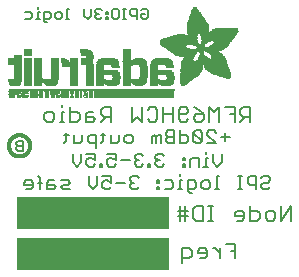
<source format=gbr>
G04 EAGLE Gerber RS-274X export*
G75*
%MOMM*%
%FSLAX34Y34*%
%LPD*%
%INSilkscreen Bottom*%
%IPPOS*%
%AMOC8*
5,1,8,0,0,1.08239X$1,22.5*%
G01*
%ADD10C,0.177800*%
%ADD11C,0.203200*%
%ADD12R,12.954000X2.794000*%
%ADD13C,0.152400*%
%ADD14C,0.304800*%
%ADD15R,6.839700X0.016800*%
%ADD16R,0.268300X0.016800*%
%ADD17R,0.268200X0.016800*%
%ADD18R,0.251500X0.016800*%
%ADD19R,0.301800X0.016800*%
%ADD20R,0.251400X0.016800*%
%ADD21R,0.285000X0.016800*%
%ADD22R,0.301700X0.016800*%
%ADD23R,0.419100X0.016800*%
%ADD24R,0.318500X0.016800*%
%ADD25R,0.586700X0.016800*%
%ADD26R,0.586800X0.016800*%
%ADD27R,6.839700X0.016700*%
%ADD28R,0.268300X0.016700*%
%ADD29R,0.251400X0.016700*%
%ADD30R,0.251500X0.016700*%
%ADD31R,0.301800X0.016700*%
%ADD32R,0.285000X0.016700*%
%ADD33R,0.301700X0.016700*%
%ADD34R,0.419100X0.016700*%
%ADD35R,0.318500X0.016700*%
%ADD36R,0.586700X0.016700*%
%ADD37R,0.586800X0.016700*%
%ADD38R,0.318600X0.016800*%
%ADD39R,0.569900X0.016800*%
%ADD40R,0.335300X0.016800*%
%ADD41R,0.234700X0.016800*%
%ADD42R,0.234700X0.016700*%
%ADD43R,0.016700X0.016700*%
%ADD44R,0.318600X0.016700*%
%ADD45R,0.569900X0.016700*%
%ADD46R,0.335300X0.016700*%
%ADD47R,0.217900X0.016800*%
%ADD48R,0.033500X0.016800*%
%ADD49R,0.570000X0.016800*%
%ADD50R,0.201100X0.016700*%
%ADD51R,0.050300X0.016700*%
%ADD52R,0.670500X0.016700*%
%ADD53R,1.005800X0.016700*%
%ADD54R,0.570000X0.016700*%
%ADD55R,0.201100X0.016800*%
%ADD56R,0.067000X0.016800*%
%ADD57R,0.670500X0.016800*%
%ADD58R,1.005800X0.016800*%
%ADD59R,0.184400X0.016800*%
%ADD60R,0.989000X0.016800*%
%ADD61R,0.184400X0.016700*%
%ADD62R,0.067000X0.016700*%
%ADD63R,0.989000X0.016700*%
%ADD64R,0.167600X0.016800*%
%ADD65R,0.083800X0.016800*%
%ADD66R,0.637000X0.016800*%
%ADD67R,0.955500X0.016800*%
%ADD68R,0.150800X0.016800*%
%ADD69R,0.100600X0.016800*%
%ADD70R,0.536400X0.016800*%
%ADD71R,0.854900X0.016800*%
%ADD72R,0.150800X0.016700*%
%ADD73R,0.100600X0.016700*%
%ADD74R,0.352000X0.016700*%
%ADD75R,0.435900X0.016700*%
%ADD76R,0.402400X0.016700*%
%ADD77R,0.368800X0.016700*%
%ADD78R,0.134100X0.016800*%
%ADD79R,0.117300X0.016800*%
%ADD80R,0.435900X0.016800*%
%ADD81R,0.368900X0.016800*%
%ADD82R,0.603500X0.016800*%
%ADD83R,0.134100X0.016700*%
%ADD84R,0.117300X0.016700*%
%ADD85R,0.452600X0.016700*%
%ADD86R,0.620300X0.016700*%
%ADD87R,0.284900X0.016800*%
%ADD88R,0.486200X0.016800*%
%ADD89R,0.653800X0.016800*%
%ADD90R,0.804700X0.016800*%
%ADD91R,0.150900X0.016700*%
%ADD92R,0.268200X0.016700*%
%ADD93R,0.737600X0.016700*%
%ADD94R,0.603500X0.016700*%
%ADD95R,0.922000X0.016700*%
%ADD96R,0.150900X0.016800*%
%ADD97R,0.821400X0.016800*%
%ADD98R,0.972300X0.016800*%
%ADD99R,0.989100X0.016800*%
%ADD100R,0.083800X0.016700*%
%ADD101R,0.167600X0.016700*%
%ADD102R,0.821400X0.016700*%
%ADD103R,0.989100X0.016700*%
%ADD104R,0.201200X0.016700*%
%ADD105R,0.050300X0.016800*%
%ADD106R,0.201200X0.016800*%
%ADD107R,0.217900X0.016700*%
%ADD108R,0.284900X0.016700*%
%ADD109R,0.352100X0.016800*%
%ADD110R,0.620300X0.016800*%
%ADD111R,0.385600X0.016800*%
%ADD112R,0.335200X0.016800*%
%ADD113R,0.385600X0.016700*%
%ADD114R,0.687400X0.016700*%
%ADD115R,13.998000X0.016800*%
%ADD116R,13.998000X0.016700*%
%ADD117R,0.637000X0.016700*%
%ADD118R,0.486100X0.016700*%
%ADD119R,0.637100X0.016700*%
%ADD120R,0.519700X0.016700*%
%ADD121R,0.536500X0.016700*%
%ADD122R,0.787900X0.016800*%
%ADD123R,0.687400X0.016800*%
%ADD124R,0.771200X0.016800*%
%ADD125R,0.637100X0.016800*%
%ADD126R,0.720800X0.016800*%
%ADD127R,0.704100X0.016800*%
%ADD128R,0.754400X0.016800*%
%ADD129R,0.838200X0.016700*%
%ADD130R,0.871800X0.016700*%
%ADD131R,0.871700X0.016700*%
%ADD132R,0.402400X0.016800*%
%ADD133R,0.922100X0.016800*%
%ADD134R,0.938800X0.016800*%
%ADD135R,0.938800X0.016700*%
%ADD136R,1.022600X0.016700*%
%ADD137R,0.972400X0.016700*%
%ADD138R,0.972300X0.016700*%
%ADD139R,0.469400X0.016800*%
%ADD140R,1.072900X0.016800*%
%ADD141R,1.022600X0.016800*%
%ADD142R,1.005900X0.016800*%
%ADD143R,0.502900X0.016800*%
%ADD144R,1.123200X0.016800*%
%ADD145R,1.056200X0.016800*%
%ADD146R,1.123100X0.016800*%
%ADD147R,1.139900X0.016700*%
%ADD148R,1.089600X0.016700*%
%ADD149R,0.553200X0.016800*%
%ADD150R,1.190200X0.016800*%
%ADD151R,1.190300X0.016800*%
%ADD152R,1.039400X0.016800*%
%ADD153R,1.223700X0.016800*%
%ADD154R,1.173500X0.016800*%
%ADD155R,1.223800X0.016800*%
%ADD156R,1.240500X0.016700*%
%ADD157R,1.173500X0.016700*%
%ADD158R,1.240600X0.016700*%
%ADD159R,1.190300X0.016700*%
%ADD160R,1.056200X0.016700*%
%ADD161R,1.274100X0.016800*%
%ADD162R,1.274000X0.016800*%
%ADD163R,1.307600X0.016800*%
%ADD164R,1.257300X0.016800*%
%ADD165R,1.324400X0.016800*%
%ADD166R,0.687300X0.016700*%
%ADD167R,1.324400X0.016700*%
%ADD168R,1.307500X0.016700*%
%ADD169R,1.274100X0.016700*%
%ADD170R,1.072900X0.016700*%
%ADD171R,2.011600X0.016800*%
%ADD172R,1.324300X0.016800*%
%ADD173R,1.978100X0.016800*%
%ADD174R,2.011600X0.016700*%
%ADD175R,1.357900X0.016700*%
%ADD176R,1.994900X0.016700*%
%ADD177R,1.341200X0.016700*%
%ADD178R,1.089700X0.016700*%
%ADD179R,0.754300X0.016800*%
%ADD180R,1.994900X0.016800*%
%ADD181R,1.995000X0.016800*%
%ADD182R,1.089700X0.016800*%
%ADD183R,0.787900X0.016700*%
%ADD184R,1.995000X0.016700*%
%ADD185R,2.028400X0.016800*%
%ADD186R,2.011700X0.016800*%
%ADD187R,1.106500X0.016800*%
%ADD188R,2.028400X0.016700*%
%ADD189R,2.011700X0.016700*%
%ADD190R,1.106500X0.016700*%
%ADD191R,0.888400X0.016800*%
%ADD192R,0.922000X0.016800*%
%ADD193R,0.938700X0.016700*%
%ADD194R,2.045200X0.016800*%
%ADD195R,0.938700X0.016800*%
%ADD196R,0.670600X0.016700*%
%ADD197R,0.888500X0.016700*%
%ADD198R,2.045200X0.016700*%
%ADD199R,0.888400X0.016700*%
%ADD200R,0.804600X0.016800*%
%ADD201R,2.028500X0.016800*%
%ADD202R,1.056100X0.016700*%
%ADD203R,0.771100X0.016700*%
%ADD204R,0.754300X0.016700*%
%ADD205R,2.028500X0.016700*%
%ADD206R,0.737700X0.016700*%
%ADD207R,1.072800X0.016800*%
%ADD208R,0.871700X0.016800*%
%ADD209R,0.737600X0.016800*%
%ADD210R,0.871800X0.016800*%
%ADD211R,1.089600X0.016800*%
%ADD212R,0.704000X0.016800*%
%ADD213R,0.687300X0.016800*%
%ADD214R,0.670600X0.016800*%
%ADD215R,1.123100X0.016700*%
%ADD216R,0.720800X0.016700*%
%ADD217R,0.653700X0.016700*%
%ADD218R,0.653800X0.016700*%
%ADD219R,1.139900X0.016800*%
%ADD220R,1.173400X0.016800*%
%ADD221R,1.190200X0.016700*%
%ADD222R,1.207000X0.016800*%
%ADD223R,1.240500X0.016800*%
%ADD224R,0.469400X0.016700*%
%ADD225R,1.274000X0.016700*%
%ADD226R,0.519600X0.016800*%
%ADD227R,1.341100X0.016800*%
%ADD228R,0.771200X0.016700*%
%ADD229R,1.374600X0.016700*%
%ADD230R,0.838200X0.016800*%
%ADD231R,1.391400X0.016800*%
%ADD232R,1.424900X0.016800*%
%ADD233R,1.441700X0.016700*%
%ADD234R,1.475200X0.016800*%
%ADD235R,1.491900X0.016700*%
%ADD236R,1.525500X0.016800*%
%ADD237R,1.559000X0.016700*%
%ADD238R,1.575800X0.016800*%
%ADD239R,1.307600X0.016700*%
%ADD240R,1.592500X0.016700*%
%ADD241R,1.374700X0.016800*%
%ADD242R,1.609300X0.016800*%
%ADD243R,1.408200X0.016800*%
%ADD244R,1.626100X0.016800*%
%ADD245R,1.626100X0.016700*%
%ADD246R,1.508800X0.016800*%
%ADD247R,1.659600X0.016800*%
%ADD248R,1.559000X0.016800*%
%ADD249R,1.676400X0.016800*%
%ADD250R,1.575800X0.016700*%
%ADD251R,1.676400X0.016700*%
%ADD252R,1.978100X0.016700*%
%ADD253R,1.693100X0.016800*%
%ADD254R,1.642800X0.016800*%
%ADD255R,1.709900X0.016800*%
%ADD256R,1.961300X0.016800*%
%ADD257R,1.726600X0.016700*%
%ADD258R,1.961300X0.016700*%
%ADD259R,1.693200X0.016800*%
%ADD260R,1.726600X0.016800*%
%ADD261R,1.944600X0.016800*%
%ADD262R,1.726700X0.016700*%
%ADD263R,1.743400X0.016700*%
%ADD264R,1.944600X0.016700*%
%ADD265R,1.726700X0.016800*%
%ADD266R,1.760200X0.016800*%
%ADD267R,1.927800X0.016800*%
%ADD268R,1.911000X0.016800*%
%ADD269R,1.793700X0.016700*%
%ADD270R,1.776900X0.016700*%
%ADD271R,1.911100X0.016700*%
%ADD272R,1.894300X0.016700*%
%ADD273R,1.793800X0.016800*%
%ADD274R,1.776900X0.016800*%
%ADD275R,1.911100X0.016800*%
%ADD276R,1.894300X0.016800*%
%ADD277R,1.827300X0.016800*%
%ADD278R,1.810500X0.016800*%
%ADD279R,1.877500X0.016800*%
%ADD280R,1.844100X0.016700*%
%ADD281R,1.810500X0.016700*%
%ADD282R,1.860800X0.016700*%
%ADD283R,1.844000X0.016700*%
%ADD284R,1.860900X0.016800*%
%ADD285R,1.844000X0.016800*%
%ADD286R,1.827200X0.016800*%
%ADD287R,1.860800X0.016800*%
%ADD288R,1.793700X0.016800*%
%ADD289R,1.877600X0.016700*%
%ADD290R,1.827200X0.016700*%
%ADD291R,1.927800X0.016700*%
%ADD292R,1.927900X0.016800*%
%ADD293R,1.944700X0.016700*%
%ADD294R,1.877500X0.016700*%
%ADD295R,1.961400X0.016800*%
%ADD296R,1.961400X0.016700*%
%ADD297R,1.978200X0.016800*%
%ADD298R,1.911000X0.016700*%
%ADD299R,0.620200X0.016800*%
%ADD300R,1.425000X0.016800*%
%ADD301R,0.620200X0.016700*%
%ADD302R,1.425000X0.016700*%
%ADD303R,0.653700X0.016800*%
%ADD304R,0.704100X0.016700*%
%ADD305R,0.804700X0.016700*%
%ADD306R,0.905200X0.016800*%
%ADD307R,1.894400X0.016800*%
%ADD308R,1.927900X0.016700*%
%ADD309R,1.877600X0.016800*%
%ADD310R,3.889300X0.016800*%
%ADD311R,3.872500X0.016700*%
%ADD312R,3.872500X0.016800*%
%ADD313R,3.855700X0.016700*%
%ADD314R,0.754400X0.016700*%
%ADD315R,3.855700X0.016800*%
%ADD316R,3.839000X0.016800*%
%ADD317R,0.720900X0.016800*%
%ADD318R,3.822200X0.016700*%
%ADD319R,2.715700X0.016800*%
%ADD320R,2.632000X0.016800*%
%ADD321R,1.290800X0.016800*%
%ADD322R,2.615200X0.016700*%
%ADD323R,1.257300X0.016700*%
%ADD324R,2.581700X0.016800*%
%ADD325R,1.240600X0.016800*%
%ADD326R,2.564900X0.016800*%
%ADD327R,1.760300X0.016800*%
%ADD328R,2.531400X0.016700*%
%ADD329R,1.156700X0.016700*%
%ADD330R,2.514600X0.016800*%
%ADD331R,0.955600X0.016800*%
%ADD332R,2.497800X0.016800*%
%ADD333R,1.659700X0.016800*%
%ADD334R,2.464300X0.016700*%
%ADD335R,1.039300X0.016700*%
%ADD336R,2.447500X0.016800*%
%ADD337R,1.592500X0.016800*%
%ADD338R,0.536500X0.016800*%
%ADD339R,2.430800X0.016700*%
%ADD340R,1.559100X0.016700*%
%ADD341R,1.542300X0.016700*%
%ADD342R,0.502900X0.016700*%
%ADD343R,2.414000X0.016800*%
%ADD344R,0.905300X0.016800*%
%ADD345R,1.508700X0.016800*%
%ADD346R,0.888500X0.016800*%
%ADD347R,2.397300X0.016800*%
%ADD348R,1.441700X0.016800*%
%ADD349R,0.452700X0.016800*%
%ADD350R,1.290900X0.016700*%
%ADD351R,1.156700X0.016800*%
%ADD352R,0.855000X0.016800*%
%ADD353R,1.123200X0.016700*%
%ADD354R,0.720900X0.016700*%
%ADD355R,1.106400X0.016800*%
%ADD356R,1.106400X0.016700*%
%ADD357R,0.771100X0.016800*%
%ADD358R,0.435800X0.016700*%
%ADD359R,1.592600X0.016700*%
%ADD360R,0.435800X0.016800*%
%ADD361R,1.642900X0.016800*%
%ADD362R,0.402300X0.016800*%
%ADD363R,1.793800X0.016700*%
%ADD364R,0.368800X0.016800*%
%ADD365R,1.056100X0.016800*%
%ADD366R,1.039400X0.016700*%
%ADD367R,2.078800X0.016800*%
%ADD368R,0.335200X0.016700*%
%ADD369R,2.145800X0.016700*%
%ADD370R,2.162600X0.016800*%
%ADD371R,0.352000X0.016800*%
%ADD372R,2.212800X0.016800*%
%ADD373R,2.279900X0.016700*%
%ADD374R,2.330200X0.016800*%
%ADD375R,2.799500X0.016800*%
%ADD376R,2.816300X0.016700*%
%ADD377R,0.955500X0.016700*%
%ADD378R,2.849900X0.016800*%
%ADD379R,2.916900X0.016800*%
%ADD380R,4.224500X0.016700*%
%ADD381R,4.291600X0.016800*%
%ADD382R,4.409000X0.016800*%
%ADD383R,4.509500X0.016700*%
%ADD384R,4.526300X0.016800*%
%ADD385R,4.626800X0.016700*%
%ADD386R,4.693900X0.016800*%
%ADD387R,4.727400X0.016800*%
%ADD388R,2.548200X0.016700*%
%ADD389R,2.179300X0.016700*%
%ADD390R,2.430800X0.016800*%
%ADD391R,2.414000X0.016700*%
%ADD392R,2.414100X0.016800*%
%ADD393R,2.430700X0.016700*%
%ADD394R,2.447600X0.016700*%
%ADD395R,1.559100X0.016800*%
%ADD396R,1.525500X0.016700*%
%ADD397R,1.492000X0.016800*%
%ADD398R,1.491900X0.016800*%
%ADD399R,1.458500X0.016700*%
%ADD400R,2.061900X0.016800*%
%ADD401R,1.408100X0.016700*%
%ADD402R,0.905200X0.016700*%
%ADD403R,2.112300X0.016700*%
%ADD404R,2.179300X0.016800*%
%ADD405R,1.408200X0.016700*%
%ADD406R,2.212900X0.016700*%
%ADD407R,1.140000X0.016800*%
%ADD408R,3.319300X0.016800*%
%ADD409R,1.374700X0.016700*%
%ADD410R,0.402300X0.016700*%
%ADD411R,3.302500X0.016700*%
%ADD412R,3.285700X0.016800*%
%ADD413R,1.357900X0.016800*%
%ADD414R,3.269000X0.016800*%
%ADD415R,3.285800X0.016700*%
%ADD416R,3.268900X0.016800*%
%ADD417R,0.452700X0.016700*%
%ADD418R,3.268900X0.016700*%
%ADD419R,1.391400X0.016700*%
%ADD420R,3.269000X0.016700*%
%ADD421R,1.374600X0.016800*%
%ADD422R,0.519700X0.016800*%
%ADD423R,3.252200X0.016800*%
%ADD424R,3.235400X0.016800*%
%ADD425R,3.235400X0.016700*%
%ADD426R,3.218600X0.016800*%
%ADD427R,3.201900X0.016800*%
%ADD428R,3.201900X0.016700*%
%ADD429R,1.458500X0.016800*%
%ADD430R,1.525600X0.016800*%
%ADD431R,3.185100X0.016800*%
%ADD432R,2.531300X0.016700*%
%ADD433R,3.168400X0.016700*%
%ADD434R,2.531300X0.016800*%
%ADD435R,3.151600X0.016800*%
%ADD436R,2.548100X0.016800*%
%ADD437R,3.134900X0.016800*%
%ADD438R,2.564900X0.016700*%
%ADD439R,3.118100X0.016700*%
%ADD440R,2.581600X0.016800*%
%ADD441R,3.101400X0.016800*%
%ADD442R,2.598400X0.016700*%
%ADD443R,3.067900X0.016700*%
%ADD444R,2.598400X0.016800*%
%ADD445R,3.034300X0.016800*%
%ADD446R,2.615100X0.016800*%
%ADD447R,3.000800X0.016800*%
%ADD448R,2.631900X0.016700*%
%ADD449R,2.950500X0.016700*%
%ADD450R,2.648700X0.016800*%
%ADD451R,2.900200X0.016800*%
%ADD452R,2.665500X0.016800*%
%ADD453R,2.682200X0.016700*%
%ADD454R,2.799600X0.016700*%
%ADD455R,2.699000X0.016800*%
%ADD456R,2.732500X0.016800*%
%ADD457R,2.749300X0.016700*%
%ADD458R,2.632000X0.016700*%
%ADD459R,2.749300X0.016800*%
%ADD460R,2.766100X0.016700*%
%ADD461R,2.766100X0.016800*%
%ADD462R,2.481100X0.016800*%
%ADD463R,2.782900X0.016800*%
%ADD464R,2.380500X0.016700*%
%ADD465R,2.833100X0.016800*%
%ADD466R,1.592600X0.016800*%
%ADD467R,2.849900X0.016700*%
%ADD468R,2.883400X0.016800*%
%ADD469R,2.917000X0.016700*%
%ADD470R,2.933700X0.016800*%
%ADD471R,2.967200X0.016800*%
%ADD472R,2.967200X0.016700*%
%ADD473R,3.017500X0.016700*%
%ADD474R,3.051000X0.016800*%
%ADD475R,0.788000X0.016800*%
%ADD476R,3.084600X0.016800*%
%ADD477R,2.397300X0.016700*%
%ADD478R,2.397200X0.016800*%
%ADD479R,1.760200X0.016700*%
%ADD480R,2.397200X0.016700*%
%ADD481R,1.827300X0.016700*%
%ADD482R,2.380500X0.016800*%
%ADD483R,2.363700X0.016800*%
%ADD484R,2.363700X0.016700*%
%ADD485R,2.346900X0.016800*%
%ADD486R,2.296600X0.016700*%
%ADD487R,2.279900X0.016800*%
%ADD488R,2.246300X0.016800*%
%ADD489R,2.229600X0.016700*%
%ADD490R,2.129100X0.016800*%
%ADD491R,2.112300X0.016800*%
%ADD492R,1.609300X0.016700*%
%ADD493R,1.743400X0.016800*%
%ADD494R,1.693100X0.016700*%
%ADD495R,1.659700X0.016700*%
%ADD496R,1.575900X0.016800*%
%ADD497R,1.575900X0.016700*%
%ADD498R,1.475200X0.016700*%
%ADD499R,1.324300X0.016700*%
%ADD500R,1.290800X0.016700*%
%ADD501R,1.207000X0.016700*%
%ADD502R,0.854900X0.016700*%
%ADD503R,0.821500X0.016700*%
%ADD504R,0.821500X0.016800*%
%ADD505R,0.218000X0.016800*%


D10*
X191402Y143265D02*
X191402Y135978D01*
X187759Y132334D01*
X184115Y135978D01*
X184115Y143265D01*
X179709Y139622D02*
X177887Y139622D01*
X177887Y132334D01*
X179709Y132334D02*
X176065Y132334D01*
X177887Y143265D02*
X177887Y145087D01*
X171913Y139622D02*
X171913Y132334D01*
X171913Y139622D02*
X166447Y139622D01*
X164625Y137800D01*
X164625Y132334D01*
X160219Y139622D02*
X158397Y139622D01*
X158397Y137800D01*
X160219Y137800D01*
X160219Y139622D01*
X160219Y134156D02*
X158397Y134156D01*
X158397Y132334D01*
X160219Y132334D01*
X160219Y134156D01*
X142678Y141443D02*
X140856Y143265D01*
X137212Y143265D01*
X135390Y141443D01*
X135390Y139622D01*
X137212Y137800D01*
X139034Y137800D01*
X137212Y137800D02*
X135390Y135978D01*
X135390Y134156D01*
X137212Y132334D01*
X140856Y132334D01*
X142678Y134156D01*
X130984Y134156D02*
X130984Y132334D01*
X130984Y134156D02*
X129162Y134156D01*
X129162Y132334D01*
X130984Y132334D01*
X125137Y141443D02*
X123315Y143265D01*
X119671Y143265D01*
X117849Y141443D01*
X117849Y139622D01*
X119671Y137800D01*
X121493Y137800D01*
X119671Y137800D02*
X117849Y135978D01*
X117849Y134156D01*
X119671Y132334D01*
X123315Y132334D01*
X125137Y134156D01*
X113443Y137800D02*
X106155Y137800D01*
X101749Y143265D02*
X94461Y143265D01*
X101749Y143265D02*
X101749Y137800D01*
X98105Y139622D01*
X96283Y139622D01*
X94461Y137800D01*
X94461Y134156D01*
X96283Y132334D01*
X99927Y132334D01*
X101749Y134156D01*
X90055Y134156D02*
X90055Y132334D01*
X90055Y134156D02*
X88233Y134156D01*
X88233Y132334D01*
X90055Y132334D01*
X84208Y143265D02*
X76920Y143265D01*
X84208Y143265D02*
X84208Y137800D01*
X80564Y139622D01*
X78742Y139622D01*
X76920Y137800D01*
X76920Y134156D01*
X78742Y132334D01*
X82386Y132334D01*
X84208Y134156D01*
X72514Y135978D02*
X72514Y143265D01*
X72514Y135978D02*
X68870Y132334D01*
X65226Y135978D01*
X65226Y143265D01*
X225044Y122393D02*
X226866Y124215D01*
X230510Y124215D01*
X232331Y122393D01*
X232331Y120572D01*
X230510Y118750D01*
X226866Y118750D01*
X225044Y116928D01*
X225044Y115106D01*
X226866Y113284D01*
X230510Y113284D01*
X232331Y115106D01*
X220637Y113284D02*
X220637Y124215D01*
X215172Y124215D01*
X213350Y122393D01*
X213350Y118750D01*
X215172Y116928D01*
X220637Y116928D01*
X208944Y113284D02*
X205300Y113284D01*
X207122Y113284D02*
X207122Y124215D01*
X208944Y124215D02*
X205300Y124215D01*
X189454Y124215D02*
X187632Y124215D01*
X187632Y113284D01*
X189454Y113284D02*
X185810Y113284D01*
X179836Y113284D02*
X176192Y113284D01*
X174370Y115106D01*
X174370Y118750D01*
X176192Y120572D01*
X179836Y120572D01*
X181658Y118750D01*
X181658Y115106D01*
X179836Y113284D01*
X166320Y109640D02*
X164498Y109640D01*
X162676Y111462D01*
X162676Y120572D01*
X168142Y120572D01*
X169964Y118750D01*
X169964Y115106D01*
X168142Y113284D01*
X162676Y113284D01*
X158270Y120572D02*
X156448Y120572D01*
X156448Y113284D01*
X158270Y113284D02*
X154626Y113284D01*
X156448Y124215D02*
X156448Y126037D01*
X148652Y120572D02*
X143186Y120572D01*
X148652Y120572D02*
X150474Y118750D01*
X150474Y115106D01*
X148652Y113284D01*
X143186Y113284D01*
X138780Y120572D02*
X136958Y120572D01*
X136958Y118750D01*
X138780Y118750D01*
X138780Y120572D01*
X138780Y115106D02*
X136958Y115106D01*
X136958Y113284D01*
X138780Y113284D01*
X138780Y115106D01*
X121239Y122393D02*
X119417Y124215D01*
X115773Y124215D01*
X113951Y122393D01*
X113951Y120572D01*
X115773Y118750D01*
X117595Y118750D01*
X115773Y118750D02*
X113951Y116928D01*
X113951Y115106D01*
X115773Y113284D01*
X119417Y113284D01*
X121239Y115106D01*
X109545Y118750D02*
X102257Y118750D01*
X97851Y124215D02*
X90563Y124215D01*
X97851Y124215D02*
X97851Y118750D01*
X94207Y120572D01*
X92385Y120572D01*
X90563Y118750D01*
X90563Y115106D01*
X92385Y113284D01*
X96029Y113284D01*
X97851Y115106D01*
X86157Y116928D02*
X86157Y124215D01*
X86157Y116928D02*
X82513Y113284D01*
X78869Y116928D01*
X78869Y124215D01*
X62769Y113284D02*
X57303Y113284D01*
X55481Y115106D01*
X57303Y116928D01*
X60947Y116928D01*
X62769Y118750D01*
X60947Y120572D01*
X55481Y120572D01*
X49253Y120572D02*
X45609Y120572D01*
X43787Y118750D01*
X43787Y113284D01*
X49253Y113284D01*
X51075Y115106D01*
X49253Y116928D01*
X43787Y116928D01*
X37559Y113284D02*
X37559Y122393D01*
X35737Y124215D01*
X35737Y118750D02*
X39381Y118750D01*
X29763Y113284D02*
X26119Y113284D01*
X29763Y113284D02*
X31585Y115106D01*
X31585Y118750D01*
X29763Y120572D01*
X26119Y120572D01*
X24298Y118750D01*
X24298Y116928D01*
X31585Y116928D01*
D11*
X249850Y98816D02*
X249850Y86614D01*
X241715Y86614D02*
X249850Y98816D01*
X241715Y98816D02*
X241715Y86614D01*
X234719Y86614D02*
X230652Y86614D01*
X228618Y88648D01*
X228618Y92715D01*
X230652Y94749D01*
X234719Y94749D01*
X236753Y92715D01*
X236753Y88648D01*
X234719Y86614D01*
X215521Y86614D02*
X215521Y98816D01*
X215521Y86614D02*
X221622Y86614D01*
X223656Y88648D01*
X223656Y92715D01*
X221622Y94749D01*
X215521Y94749D01*
X208525Y86614D02*
X204457Y86614D01*
X208525Y86614D02*
X210558Y88648D01*
X210558Y92715D01*
X208525Y94749D01*
X204457Y94749D01*
X202424Y92715D01*
X202424Y90681D01*
X210558Y90681D01*
X184364Y86614D02*
X180296Y86614D01*
X182330Y86614D02*
X182330Y98816D01*
X184364Y98816D02*
X180296Y98816D01*
X175632Y98816D02*
X175632Y86614D01*
X169531Y86614D01*
X167498Y88648D01*
X167498Y96783D01*
X169531Y98816D01*
X175632Y98816D01*
X160501Y98816D02*
X160501Y86614D01*
X156434Y86614D02*
X156434Y98816D01*
X156434Y94749D02*
X162535Y94749D01*
X156434Y94749D02*
X154400Y94749D01*
X154400Y90681D02*
X162535Y90681D01*
X203157Y67066D02*
X203157Y54864D01*
X203157Y67066D02*
X195022Y67066D01*
X199090Y60965D02*
X203157Y60965D01*
X190060Y62999D02*
X190060Y54864D01*
X190060Y58931D02*
X185992Y62999D01*
X183959Y62999D01*
X177112Y54864D02*
X173044Y54864D01*
X177112Y54864D02*
X179145Y56898D01*
X179145Y60965D01*
X177112Y62999D01*
X173044Y62999D01*
X171011Y60965D01*
X171011Y58931D01*
X179145Y58931D01*
X157913Y62999D02*
X157913Y50797D01*
X157913Y62999D02*
X164015Y62999D01*
X166048Y60965D01*
X166048Y56898D01*
X164015Y54864D01*
X157913Y54864D01*
D12*
X82550Y92710D03*
X82550Y58420D03*
D13*
X123468Y264505D02*
X124909Y265945D01*
X127790Y265945D01*
X129230Y264505D01*
X129230Y258743D01*
X127790Y257302D01*
X124909Y257302D01*
X123468Y258743D01*
X123468Y261624D01*
X126349Y261624D01*
X119875Y265945D02*
X119875Y257302D01*
X119875Y265945D02*
X115554Y265945D01*
X114113Y264505D01*
X114113Y261624D01*
X115554Y260183D01*
X119875Y260183D01*
X110520Y257302D02*
X107639Y257302D01*
X109079Y257302D02*
X109079Y265945D01*
X107639Y265945D02*
X110520Y265945D01*
X102843Y265945D02*
X99962Y265945D01*
X102843Y265945D02*
X104283Y264505D01*
X104283Y258743D01*
X102843Y257302D01*
X99962Y257302D01*
X98521Y258743D01*
X98521Y264505D01*
X99962Y265945D01*
X94928Y263064D02*
X93487Y263064D01*
X93487Y261624D01*
X94928Y261624D01*
X94928Y263064D01*
X94928Y258743D02*
X93487Y258743D01*
X93487Y257302D01*
X94928Y257302D01*
X94928Y258743D01*
X90250Y264505D02*
X88810Y265945D01*
X85929Y265945D01*
X84488Y264505D01*
X84488Y263064D01*
X85929Y261624D01*
X87369Y261624D01*
X85929Y261624D02*
X84488Y260183D01*
X84488Y258743D01*
X85929Y257302D01*
X88810Y257302D01*
X90250Y258743D01*
X80895Y260183D02*
X80895Y265945D01*
X80895Y260183D02*
X78014Y257302D01*
X75133Y260183D01*
X75133Y265945D01*
X62185Y265945D02*
X60744Y265945D01*
X60744Y257302D01*
X59304Y257302D02*
X62185Y257302D01*
X54508Y257302D02*
X51626Y257302D01*
X50186Y258743D01*
X50186Y261624D01*
X51626Y263064D01*
X54508Y263064D01*
X55948Y261624D01*
X55948Y258743D01*
X54508Y257302D01*
X43712Y254421D02*
X42271Y254421D01*
X40831Y255861D01*
X40831Y263064D01*
X45152Y263064D01*
X46593Y261624D01*
X46593Y258743D01*
X45152Y257302D01*
X40831Y257302D01*
X37238Y263064D02*
X35797Y263064D01*
X35797Y257302D01*
X34357Y257302D02*
X37238Y257302D01*
X35797Y265945D02*
X35797Y267386D01*
X29560Y263064D02*
X25239Y263064D01*
X29560Y263064D02*
X31001Y261624D01*
X31001Y258743D01*
X29560Y257302D01*
X25239Y257302D01*
D11*
X215482Y182636D02*
X215482Y170434D01*
X215482Y182636D02*
X209381Y182636D01*
X207347Y180603D01*
X207347Y176535D01*
X209381Y174501D01*
X215482Y174501D01*
X211415Y174501D02*
X207347Y170434D01*
X202385Y170434D02*
X202385Y182636D01*
X194250Y182636D01*
X198317Y176535D02*
X202385Y176535D01*
X189288Y170434D02*
X189288Y182636D01*
X185220Y178569D01*
X181153Y182636D01*
X181153Y170434D01*
X172123Y180603D02*
X168055Y182636D01*
X172123Y180603D02*
X176190Y176535D01*
X176190Y172468D01*
X174157Y170434D01*
X170089Y170434D01*
X168055Y172468D01*
X168055Y174501D01*
X170089Y176535D01*
X176190Y176535D01*
X163093Y172468D02*
X161059Y170434D01*
X156992Y170434D01*
X154958Y172468D01*
X154958Y180603D01*
X156992Y182636D01*
X161059Y182636D01*
X163093Y180603D01*
X163093Y178569D01*
X161059Y176535D01*
X154958Y176535D01*
X149996Y170434D02*
X149996Y182636D01*
X149996Y176535D02*
X141861Y176535D01*
X141861Y182636D02*
X141861Y170434D01*
X130797Y182636D02*
X128764Y180603D01*
X130797Y182636D02*
X134865Y182636D01*
X136899Y180603D01*
X136899Y172468D01*
X134865Y170434D01*
X130797Y170434D01*
X128764Y172468D01*
X123801Y170434D02*
X123801Y182636D01*
X119734Y174501D02*
X123801Y170434D01*
X119734Y174501D02*
X115666Y170434D01*
X115666Y182636D01*
X97607Y182636D02*
X97607Y170434D01*
X97607Y182636D02*
X91506Y182636D01*
X89472Y180603D01*
X89472Y176535D01*
X91506Y174501D01*
X97607Y174501D01*
X93539Y174501D02*
X89472Y170434D01*
X82476Y178569D02*
X78408Y178569D01*
X76375Y176535D01*
X76375Y170434D01*
X82476Y170434D01*
X84510Y172468D01*
X82476Y174501D01*
X76375Y174501D01*
X63277Y170434D02*
X63277Y182636D01*
X63277Y170434D02*
X69379Y170434D01*
X71412Y172468D01*
X71412Y176535D01*
X69379Y178569D01*
X63277Y178569D01*
X58315Y178569D02*
X56281Y178569D01*
X56281Y170434D01*
X54248Y170434D02*
X58315Y170434D01*
X56281Y182636D02*
X56281Y184670D01*
X47550Y170434D02*
X43482Y170434D01*
X41449Y172468D01*
X41449Y176535D01*
X43482Y178569D01*
X47550Y178569D01*
X49584Y176535D01*
X49584Y172468D01*
X47550Y170434D01*
D10*
X190936Y157485D02*
X198224Y157485D01*
X194580Y161128D02*
X194580Y153841D01*
X186530Y152019D02*
X179242Y152019D01*
X186530Y152019D02*
X179242Y159307D01*
X179242Y161128D01*
X181064Y162950D01*
X184708Y162950D01*
X186530Y161128D01*
X174836Y161128D02*
X174836Y153841D01*
X174836Y161128D02*
X173014Y162950D01*
X169370Y162950D01*
X167548Y161128D01*
X167548Y153841D01*
X169370Y152019D01*
X173014Y152019D01*
X174836Y153841D01*
X167548Y161128D01*
X155855Y162950D02*
X155855Y152019D01*
X161320Y152019D01*
X163142Y153841D01*
X163142Y157485D01*
X161320Y159307D01*
X155855Y159307D01*
X151448Y162950D02*
X151448Y152019D01*
X151448Y162950D02*
X145982Y162950D01*
X144161Y161128D01*
X144161Y159307D01*
X145982Y157485D01*
X144161Y155663D01*
X144161Y153841D01*
X145982Y152019D01*
X151448Y152019D01*
X151448Y157485D02*
X145982Y157485D01*
X139754Y159307D02*
X139754Y152019D01*
X139754Y159307D02*
X137932Y159307D01*
X136110Y157485D01*
X136110Y152019D01*
X136110Y157485D02*
X134288Y159307D01*
X132467Y157485D01*
X132467Y152019D01*
X114544Y152019D02*
X110901Y152019D01*
X109079Y153841D01*
X109079Y157485D01*
X110901Y159307D01*
X114544Y159307D01*
X116366Y157485D01*
X116366Y153841D01*
X114544Y152019D01*
X104672Y153841D02*
X104672Y159307D01*
X104672Y153841D02*
X102850Y152019D01*
X97385Y152019D01*
X97385Y159307D01*
X91156Y161128D02*
X91156Y153841D01*
X89334Y152019D01*
X89334Y159307D02*
X92978Y159307D01*
X85182Y159307D02*
X85182Y148375D01*
X85182Y159307D02*
X79717Y159307D01*
X77895Y157485D01*
X77895Y153841D01*
X79717Y152019D01*
X85182Y152019D01*
X73488Y153841D02*
X73488Y159307D01*
X73488Y153841D02*
X71666Y152019D01*
X66201Y152019D01*
X66201Y159307D01*
X59972Y161128D02*
X59972Y153841D01*
X58151Y152019D01*
X58151Y159307D02*
X61794Y159307D01*
D14*
X11340Y149860D02*
X11343Y150080D01*
X11351Y150301D01*
X11364Y150521D01*
X11383Y150740D01*
X11408Y150959D01*
X11437Y151178D01*
X11472Y151395D01*
X11513Y151612D01*
X11558Y151828D01*
X11609Y152042D01*
X11665Y152255D01*
X11727Y152467D01*
X11793Y152677D01*
X11865Y152885D01*
X11942Y153092D01*
X12024Y153296D01*
X12110Y153499D01*
X12202Y153699D01*
X12299Y153898D01*
X12400Y154093D01*
X12507Y154286D01*
X12618Y154477D01*
X12733Y154664D01*
X12853Y154849D01*
X12978Y155031D01*
X13107Y155209D01*
X13241Y155385D01*
X13378Y155557D01*
X13520Y155725D01*
X13666Y155891D01*
X13816Y156052D01*
X13970Y156210D01*
X14128Y156364D01*
X14289Y156514D01*
X14455Y156660D01*
X14623Y156802D01*
X14795Y156939D01*
X14971Y157073D01*
X15149Y157202D01*
X15331Y157327D01*
X15516Y157447D01*
X15703Y157562D01*
X15894Y157673D01*
X16087Y157780D01*
X16282Y157881D01*
X16481Y157978D01*
X16681Y158070D01*
X16884Y158156D01*
X17088Y158238D01*
X17295Y158315D01*
X17503Y158387D01*
X17713Y158453D01*
X17925Y158515D01*
X18138Y158571D01*
X18352Y158622D01*
X18568Y158667D01*
X18785Y158708D01*
X19002Y158743D01*
X19221Y158772D01*
X19440Y158797D01*
X19659Y158816D01*
X19879Y158829D01*
X20100Y158837D01*
X20320Y158840D01*
X20540Y158837D01*
X20761Y158829D01*
X20981Y158816D01*
X21200Y158797D01*
X21419Y158772D01*
X21638Y158743D01*
X21855Y158708D01*
X22072Y158667D01*
X22288Y158622D01*
X22502Y158571D01*
X22715Y158515D01*
X22927Y158453D01*
X23137Y158387D01*
X23345Y158315D01*
X23552Y158238D01*
X23756Y158156D01*
X23959Y158070D01*
X24159Y157978D01*
X24358Y157881D01*
X24553Y157780D01*
X24746Y157673D01*
X24937Y157562D01*
X25124Y157447D01*
X25309Y157327D01*
X25491Y157202D01*
X25669Y157073D01*
X25845Y156939D01*
X26017Y156802D01*
X26185Y156660D01*
X26351Y156514D01*
X26512Y156364D01*
X26670Y156210D01*
X26824Y156052D01*
X26974Y155891D01*
X27120Y155725D01*
X27262Y155557D01*
X27399Y155385D01*
X27533Y155209D01*
X27662Y155031D01*
X27787Y154849D01*
X27907Y154664D01*
X28022Y154477D01*
X28133Y154286D01*
X28240Y154093D01*
X28341Y153898D01*
X28438Y153699D01*
X28530Y153499D01*
X28616Y153296D01*
X28698Y153092D01*
X28775Y152885D01*
X28847Y152677D01*
X28913Y152467D01*
X28975Y152255D01*
X29031Y152042D01*
X29082Y151828D01*
X29127Y151612D01*
X29168Y151395D01*
X29203Y151178D01*
X29232Y150959D01*
X29257Y150740D01*
X29276Y150521D01*
X29289Y150301D01*
X29297Y150080D01*
X29300Y149860D01*
X29297Y149640D01*
X29289Y149419D01*
X29276Y149199D01*
X29257Y148980D01*
X29232Y148761D01*
X29203Y148542D01*
X29168Y148325D01*
X29127Y148108D01*
X29082Y147892D01*
X29031Y147678D01*
X28975Y147465D01*
X28913Y147253D01*
X28847Y147043D01*
X28775Y146835D01*
X28698Y146628D01*
X28616Y146424D01*
X28530Y146221D01*
X28438Y146021D01*
X28341Y145822D01*
X28240Y145627D01*
X28133Y145434D01*
X28022Y145243D01*
X27907Y145056D01*
X27787Y144871D01*
X27662Y144689D01*
X27533Y144511D01*
X27399Y144335D01*
X27262Y144163D01*
X27120Y143995D01*
X26974Y143829D01*
X26824Y143668D01*
X26670Y143510D01*
X26512Y143356D01*
X26351Y143206D01*
X26185Y143060D01*
X26017Y142918D01*
X25845Y142781D01*
X25669Y142647D01*
X25491Y142518D01*
X25309Y142393D01*
X25124Y142273D01*
X24937Y142158D01*
X24746Y142047D01*
X24553Y141940D01*
X24358Y141839D01*
X24159Y141742D01*
X23959Y141650D01*
X23756Y141564D01*
X23552Y141482D01*
X23345Y141405D01*
X23137Y141333D01*
X22927Y141267D01*
X22715Y141205D01*
X22502Y141149D01*
X22288Y141098D01*
X22072Y141053D01*
X21855Y141012D01*
X21638Y140977D01*
X21419Y140948D01*
X21200Y140923D01*
X20981Y140904D01*
X20761Y140891D01*
X20540Y140883D01*
X20320Y140880D01*
X20100Y140883D01*
X19879Y140891D01*
X19659Y140904D01*
X19440Y140923D01*
X19221Y140948D01*
X19002Y140977D01*
X18785Y141012D01*
X18568Y141053D01*
X18352Y141098D01*
X18138Y141149D01*
X17925Y141205D01*
X17713Y141267D01*
X17503Y141333D01*
X17295Y141405D01*
X17088Y141482D01*
X16884Y141564D01*
X16681Y141650D01*
X16481Y141742D01*
X16282Y141839D01*
X16087Y141940D01*
X15894Y142047D01*
X15703Y142158D01*
X15516Y142273D01*
X15331Y142393D01*
X15149Y142518D01*
X14971Y142647D01*
X14795Y142781D01*
X14623Y142918D01*
X14455Y143060D01*
X14289Y143206D01*
X14128Y143356D01*
X13970Y143510D01*
X13816Y143668D01*
X13666Y143829D01*
X13520Y143995D01*
X13378Y144163D01*
X13241Y144335D01*
X13107Y144511D01*
X12978Y144689D01*
X12853Y144871D01*
X12733Y145056D01*
X12618Y145243D01*
X12507Y145434D01*
X12400Y145627D01*
X12299Y145822D01*
X12202Y146021D01*
X12110Y146221D01*
X12024Y146424D01*
X11942Y146628D01*
X11865Y146835D01*
X11793Y147043D01*
X11727Y147253D01*
X11665Y147465D01*
X11609Y147678D01*
X11558Y147892D01*
X11513Y148108D01*
X11472Y148325D01*
X11437Y148542D01*
X11408Y148761D01*
X11383Y148980D01*
X11364Y149199D01*
X11351Y149419D01*
X11343Y149640D01*
X11340Y149860D01*
D11*
X22860Y145796D02*
X22860Y153931D01*
X18793Y153931D01*
X17437Y152575D01*
X17437Y151219D01*
X18793Y149863D01*
X17437Y148508D01*
X17437Y147152D01*
X18793Y145796D01*
X22860Y145796D01*
X22860Y149863D02*
X18793Y149863D01*
D15*
X117072Y190500D03*
D16*
X80526Y190500D03*
D17*
X77005Y190500D03*
D18*
X72563Y190500D03*
D16*
X68959Y190500D03*
D19*
X64935Y190500D03*
D20*
X60828Y190500D03*
D21*
X56972Y190500D03*
D22*
X53033Y190500D03*
D23*
X48423Y190500D03*
X43226Y190500D03*
D24*
X38532Y190500D03*
D21*
X34508Y190500D03*
X30653Y190500D03*
D25*
X25121Y190500D03*
D22*
X19673Y190500D03*
D26*
X14224Y190500D03*
D27*
X117072Y190668D03*
D28*
X80526Y190668D03*
D29*
X77089Y190668D03*
D30*
X72563Y190668D03*
D31*
X68791Y190668D03*
D32*
X64851Y190668D03*
D33*
X60912Y190668D03*
D32*
X56972Y190668D03*
D33*
X53033Y190668D03*
D34*
X48423Y190668D03*
X43226Y190668D03*
D35*
X38532Y190668D03*
D32*
X34508Y190668D03*
X30653Y190668D03*
D36*
X25121Y190668D03*
D35*
X19757Y190668D03*
D37*
X14224Y190668D03*
D15*
X117072Y190835D03*
D16*
X80526Y190835D03*
D20*
X77089Y190835D03*
D18*
X72563Y190835D03*
D38*
X68707Y190835D03*
D16*
X64768Y190835D03*
D24*
X60828Y190835D03*
D21*
X56972Y190835D03*
D24*
X53117Y190835D03*
D23*
X48423Y190835D03*
X43226Y190835D03*
D24*
X38532Y190835D03*
D21*
X34508Y190835D03*
X30653Y190835D03*
D39*
X25205Y190835D03*
D40*
X19673Y190835D03*
D26*
X14224Y190835D03*
D15*
X117072Y191003D03*
D16*
X80526Y191003D03*
D41*
X77173Y191003D03*
D18*
X72563Y191003D03*
D38*
X68707Y191003D03*
D16*
X64768Y191003D03*
D24*
X60828Y191003D03*
D20*
X56972Y191003D03*
D24*
X53117Y191003D03*
D23*
X48423Y191003D03*
X43226Y191003D03*
D24*
X38532Y191003D03*
D21*
X34508Y191003D03*
X30653Y191003D03*
D39*
X25205Y191003D03*
D40*
X19673Y191003D03*
D26*
X14224Y191003D03*
D27*
X117072Y191171D03*
D28*
X80526Y191171D03*
D42*
X77173Y191171D03*
D43*
X74910Y191171D03*
D30*
X72563Y191171D03*
D44*
X68707Y191171D03*
D28*
X64768Y191171D03*
D35*
X60828Y191171D03*
D29*
X56972Y191171D03*
D35*
X53117Y191171D03*
D34*
X48423Y191171D03*
X43226Y191171D03*
D35*
X38532Y191171D03*
D32*
X34508Y191171D03*
X30653Y191171D03*
D45*
X25205Y191171D03*
D46*
X19673Y191171D03*
D37*
X14224Y191171D03*
D15*
X117072Y191338D03*
D16*
X80526Y191338D03*
D47*
X77257Y191338D03*
D48*
X74994Y191338D03*
D18*
X72563Y191338D03*
D38*
X68707Y191338D03*
D16*
X64768Y191338D03*
D24*
X60828Y191338D03*
D20*
X56972Y191338D03*
D24*
X53117Y191338D03*
D23*
X48423Y191338D03*
X43226Y191338D03*
D22*
X38616Y191338D03*
D21*
X34508Y191338D03*
X30653Y191338D03*
D39*
X25205Y191338D03*
D40*
X19673Y191338D03*
D49*
X14140Y191338D03*
D15*
X117072Y191506D03*
D16*
X80526Y191506D03*
D47*
X77257Y191506D03*
D48*
X74994Y191506D03*
D18*
X72563Y191506D03*
D38*
X68707Y191506D03*
D16*
X64768Y191506D03*
D24*
X60828Y191506D03*
D20*
X56972Y191506D03*
D24*
X53117Y191506D03*
D23*
X48423Y191506D03*
X43226Y191506D03*
D22*
X38616Y191506D03*
D21*
X34508Y191506D03*
X30653Y191506D03*
D39*
X25205Y191506D03*
D40*
X19673Y191506D03*
D49*
X14140Y191506D03*
D27*
X117072Y191674D03*
D28*
X80526Y191674D03*
D50*
X77341Y191674D03*
D51*
X75078Y191674D03*
D30*
X72563Y191674D03*
D44*
X68707Y191674D03*
D28*
X64768Y191674D03*
D35*
X60828Y191674D03*
D52*
X54877Y191674D03*
D34*
X48423Y191674D03*
X43226Y191674D03*
D33*
X38616Y191674D03*
D31*
X34592Y191674D03*
D32*
X30653Y191674D03*
D53*
X23025Y191674D03*
D54*
X14140Y191674D03*
D15*
X117072Y191841D03*
D16*
X80526Y191841D03*
D55*
X77341Y191841D03*
D56*
X75161Y191841D03*
D18*
X72563Y191841D03*
D38*
X68707Y191841D03*
D18*
X64684Y191841D03*
D24*
X60828Y191841D03*
D57*
X54877Y191841D03*
D23*
X48423Y191841D03*
X43226Y191841D03*
D22*
X38616Y191841D03*
D19*
X34592Y191841D03*
D21*
X30653Y191841D03*
D58*
X23025Y191841D03*
D26*
X14224Y191841D03*
D15*
X117072Y192009D03*
D16*
X80526Y192009D03*
D59*
X77424Y192009D03*
D56*
X75161Y192009D03*
D18*
X72563Y192009D03*
D40*
X68624Y192009D03*
D18*
X64684Y192009D03*
D24*
X60828Y192009D03*
D57*
X54877Y192009D03*
D23*
X48423Y192009D03*
X43226Y192009D03*
D22*
X38616Y192009D03*
D19*
X34592Y192009D03*
D21*
X30653Y192009D03*
D60*
X23109Y192009D03*
D26*
X14224Y192009D03*
D27*
X117072Y192177D03*
D28*
X80526Y192177D03*
D61*
X77424Y192177D03*
D62*
X75161Y192177D03*
D30*
X72563Y192177D03*
D46*
X68624Y192177D03*
D30*
X64684Y192177D03*
D35*
X60828Y192177D03*
D52*
X54877Y192177D03*
D34*
X48423Y192177D03*
X43226Y192177D03*
D32*
X38699Y192177D03*
D44*
X34676Y192177D03*
D32*
X30653Y192177D03*
D63*
X23109Y192177D03*
D37*
X14224Y192177D03*
D15*
X117072Y192344D03*
D16*
X80526Y192344D03*
D64*
X77508Y192344D03*
D65*
X75245Y192344D03*
D18*
X72563Y192344D03*
D40*
X68624Y192344D03*
D18*
X64684Y192344D03*
D24*
X60828Y192344D03*
D66*
X55044Y192344D03*
D23*
X48423Y192344D03*
X43226Y192344D03*
D38*
X34676Y192344D03*
D21*
X30653Y192344D03*
D67*
X23277Y192344D03*
D26*
X14224Y192344D03*
D15*
X117072Y192512D03*
D16*
X80526Y192512D03*
D68*
X77592Y192512D03*
D69*
X75329Y192512D03*
D18*
X72563Y192512D03*
D40*
X68624Y192512D03*
D18*
X64684Y192512D03*
D24*
X60828Y192512D03*
D70*
X55547Y192512D03*
D23*
X48423Y192512D03*
X43226Y192512D03*
D40*
X34760Y192512D03*
D21*
X30653Y192512D03*
D71*
X23780Y192512D03*
D26*
X14224Y192512D03*
D27*
X117072Y192680D03*
D28*
X80526Y192680D03*
D72*
X77592Y192680D03*
D73*
X75329Y192680D03*
D30*
X72563Y192680D03*
D46*
X68624Y192680D03*
D30*
X64684Y192680D03*
D35*
X60828Y192680D03*
D74*
X56469Y192680D03*
D75*
X48507Y192680D03*
D34*
X43226Y192680D03*
D76*
X35095Y192680D03*
D32*
X30653Y192680D03*
D77*
X23193Y192680D03*
D37*
X14224Y192680D03*
D15*
X117072Y192847D03*
D16*
X80526Y192847D03*
D78*
X77676Y192847D03*
D79*
X75413Y192847D03*
D18*
X72563Y192847D03*
D40*
X68624Y192847D03*
D18*
X64684Y192847D03*
D24*
X60828Y192847D03*
D22*
X56721Y192847D03*
D80*
X48507Y192847D03*
D23*
X43226Y192847D03*
D81*
X34928Y192847D03*
D21*
X30653Y192847D03*
D24*
X23445Y192847D03*
D82*
X14308Y192847D03*
D27*
X117072Y193015D03*
D28*
X80526Y193015D03*
D83*
X77676Y193015D03*
D84*
X75413Y193015D03*
D30*
X72563Y193015D03*
D46*
X68624Y193015D03*
D30*
X64684Y193015D03*
D35*
X60828Y193015D03*
D33*
X56721Y193015D03*
D85*
X48590Y193015D03*
D34*
X43226Y193015D03*
D46*
X34760Y193015D03*
D32*
X30653Y193015D03*
D35*
X23445Y193015D03*
D86*
X14392Y193015D03*
D15*
X117072Y193182D03*
D16*
X80526Y193182D03*
D79*
X77760Y193182D03*
X75413Y193182D03*
D18*
X72563Y193182D03*
D40*
X68624Y193182D03*
D18*
X64684Y193182D03*
D24*
X60828Y193182D03*
D87*
X56805Y193182D03*
D88*
X48758Y193182D03*
D23*
X43226Y193182D03*
D17*
X38783Y193182D03*
D38*
X34676Y193182D03*
D21*
X30653Y193182D03*
D19*
X23528Y193182D03*
D89*
X14559Y193182D03*
D15*
X117072Y193350D03*
D16*
X80526Y193350D03*
D79*
X77760Y193350D03*
D78*
X75497Y193350D03*
D18*
X72563Y193350D03*
D40*
X68624Y193350D03*
D18*
X64684Y193350D03*
D24*
X60828Y193350D03*
D17*
X56888Y193350D03*
D66*
X49512Y193350D03*
D23*
X43226Y193350D03*
D22*
X38616Y193350D03*
D19*
X34592Y193350D03*
D21*
X30653Y193350D03*
D19*
X23528Y193350D03*
D90*
X15314Y193350D03*
D27*
X117072Y193518D03*
D28*
X80526Y193518D03*
D73*
X77843Y193518D03*
D91*
X75581Y193518D03*
D30*
X72563Y193518D03*
D46*
X68624Y193518D03*
D30*
X64684Y193518D03*
D35*
X60828Y193518D03*
D92*
X56888Y193518D03*
D93*
X50015Y193518D03*
D34*
X43226Y193518D03*
D33*
X38616Y193518D03*
D31*
X34592Y193518D03*
D32*
X30653Y193518D03*
D94*
X25037Y193518D03*
D95*
X15900Y193518D03*
D15*
X117072Y193685D03*
D16*
X80526Y193685D03*
D69*
X77843Y193685D03*
D96*
X75581Y193685D03*
D18*
X72563Y193685D03*
D40*
X68624Y193685D03*
D18*
X64684Y193685D03*
D24*
X60828Y193685D03*
D17*
X56888Y193685D03*
D97*
X50434Y193685D03*
D23*
X43226Y193685D03*
D24*
X38532Y193685D03*
D21*
X34508Y193685D03*
X30653Y193685D03*
D25*
X25121Y193685D03*
D98*
X16152Y193685D03*
D15*
X117072Y193853D03*
D16*
X80526Y193853D03*
D65*
X77927Y193853D03*
D64*
X75664Y193853D03*
D18*
X72563Y193853D03*
D38*
X68707Y193853D03*
D18*
X64684Y193853D03*
D24*
X60828Y193853D03*
D17*
X56888Y193853D03*
D97*
X50434Y193853D03*
D23*
X43226Y193853D03*
D24*
X38532Y193853D03*
D21*
X34508Y193853D03*
X30653Y193853D03*
D25*
X25121Y193853D03*
D99*
X16236Y193853D03*
D27*
X117072Y194021D03*
D28*
X80526Y194021D03*
D100*
X77927Y194021D03*
D101*
X75664Y194021D03*
D30*
X72563Y194021D03*
D44*
X68707Y194021D03*
D30*
X64684Y194021D03*
D35*
X60828Y194021D03*
D92*
X56888Y194021D03*
D102*
X50434Y194021D03*
D34*
X43226Y194021D03*
D35*
X38532Y194021D03*
D32*
X34508Y194021D03*
X30653Y194021D03*
D36*
X25121Y194021D03*
D103*
X16236Y194021D03*
D15*
X117072Y194188D03*
D16*
X80526Y194188D03*
D56*
X78011Y194188D03*
D59*
X75748Y194188D03*
D18*
X72563Y194188D03*
D38*
X68707Y194188D03*
D16*
X64768Y194188D03*
D24*
X60828Y194188D03*
D17*
X56888Y194188D03*
D97*
X50434Y194188D03*
D23*
X43226Y194188D03*
D24*
X38532Y194188D03*
D21*
X34508Y194188D03*
X30653Y194188D03*
D25*
X25121Y194188D03*
D99*
X16236Y194188D03*
D15*
X117072Y194356D03*
D16*
X80526Y194356D03*
D56*
X78011Y194356D03*
D59*
X75748Y194356D03*
D18*
X72563Y194356D03*
D38*
X68707Y194356D03*
D16*
X64768Y194356D03*
D24*
X60828Y194356D03*
D17*
X56888Y194356D03*
D97*
X50434Y194356D03*
D23*
X43226Y194356D03*
D24*
X38532Y194356D03*
D21*
X34508Y194356D03*
X30653Y194356D03*
D25*
X25121Y194356D03*
D99*
X16236Y194356D03*
D27*
X117072Y194524D03*
D28*
X80526Y194524D03*
D51*
X78095Y194524D03*
D104*
X75832Y194524D03*
D30*
X72563Y194524D03*
D44*
X68707Y194524D03*
D28*
X64768Y194524D03*
D35*
X60828Y194524D03*
D92*
X56888Y194524D03*
D33*
X53033Y194524D03*
D75*
X48507Y194524D03*
D34*
X43226Y194524D03*
D35*
X38532Y194524D03*
D32*
X34508Y194524D03*
X30653Y194524D03*
D36*
X25121Y194524D03*
D33*
X19673Y194524D03*
D37*
X14224Y194524D03*
D15*
X117072Y194691D03*
D16*
X80526Y194691D03*
D105*
X78095Y194691D03*
D106*
X75832Y194691D03*
D18*
X72563Y194691D03*
D38*
X68707Y194691D03*
D16*
X64768Y194691D03*
D24*
X60828Y194691D03*
D17*
X56888Y194691D03*
D87*
X53117Y194691D03*
D80*
X48507Y194691D03*
D23*
X43226Y194691D03*
D24*
X38532Y194691D03*
D21*
X34508Y194691D03*
X30653Y194691D03*
D25*
X25121Y194691D03*
D22*
X19673Y194691D03*
D26*
X14224Y194691D03*
D27*
X117072Y194859D03*
D28*
X80526Y194859D03*
D51*
X78095Y194859D03*
D107*
X75916Y194859D03*
D30*
X72563Y194859D03*
D44*
X68707Y194859D03*
D28*
X64768Y194859D03*
D35*
X60828Y194859D03*
D92*
X56888Y194859D03*
D108*
X53117Y194859D03*
D75*
X48507Y194859D03*
D34*
X43226Y194859D03*
D35*
X38532Y194859D03*
D32*
X34508Y194859D03*
X30653Y194859D03*
D36*
X25121Y194859D03*
D33*
X19673Y194859D03*
D37*
X14224Y194859D03*
D15*
X117072Y195026D03*
D16*
X80526Y195026D03*
D41*
X76000Y195026D03*
D18*
X72563Y195026D03*
D38*
X68707Y195026D03*
D16*
X64768Y195026D03*
D24*
X60828Y195026D03*
D17*
X56888Y195026D03*
D87*
X53117Y195026D03*
D80*
X48507Y195026D03*
D23*
X43226Y195026D03*
D24*
X38532Y195026D03*
D21*
X34508Y195026D03*
X30653Y195026D03*
D25*
X25121Y195026D03*
D22*
X19673Y195026D03*
D26*
X14224Y195026D03*
D15*
X117072Y195194D03*
D16*
X80526Y195194D03*
D41*
X76000Y195194D03*
D18*
X72563Y195194D03*
D19*
X68791Y195194D03*
D21*
X64851Y195194D03*
D24*
X60828Y195194D03*
D17*
X56888Y195194D03*
D87*
X53117Y195194D03*
D80*
X48507Y195194D03*
D23*
X43226Y195194D03*
D22*
X38616Y195194D03*
D21*
X34508Y195194D03*
X30653Y195194D03*
D25*
X25121Y195194D03*
D22*
X19673Y195194D03*
D26*
X14224Y195194D03*
D27*
X117072Y195362D03*
D28*
X80526Y195362D03*
D42*
X76000Y195362D03*
D30*
X72563Y195362D03*
D32*
X68875Y195362D03*
X64851Y195362D03*
D35*
X60828Y195362D03*
D92*
X56888Y195362D03*
D108*
X53117Y195362D03*
D75*
X48507Y195362D03*
D34*
X43226Y195362D03*
D33*
X38616Y195362D03*
D32*
X34508Y195362D03*
X30653Y195362D03*
D94*
X25037Y195362D03*
D33*
X19673Y195362D03*
D37*
X14224Y195362D03*
D15*
X117072Y195529D03*
D16*
X80526Y195529D03*
D20*
X76083Y195529D03*
D18*
X72563Y195529D03*
D19*
X64935Y195529D03*
D24*
X60828Y195529D03*
D17*
X56888Y195529D03*
D106*
X49680Y195529D03*
X42136Y195529D03*
D19*
X34592Y195529D03*
D21*
X30653Y195529D03*
D18*
X23277Y195529D03*
D82*
X14308Y195529D03*
D15*
X117072Y195697D03*
D16*
X80526Y195697D03*
D17*
X76167Y195697D03*
D18*
X72563Y195697D03*
D19*
X64935Y195697D03*
D24*
X60828Y195697D03*
D87*
X56805Y195697D03*
D106*
X49680Y195697D03*
X42136Y195697D03*
D38*
X34676Y195697D03*
D21*
X30653Y195697D03*
D18*
X23277Y195697D03*
D82*
X14308Y195697D03*
D27*
X117072Y195865D03*
D28*
X80526Y195865D03*
D92*
X76167Y195865D03*
D30*
X72563Y195865D03*
D35*
X65019Y195865D03*
X60828Y195865D03*
D108*
X56805Y195865D03*
D107*
X49764Y195865D03*
D104*
X42136Y195865D03*
D44*
X34676Y195865D03*
D32*
X30653Y195865D03*
D30*
X23277Y195865D03*
D86*
X14392Y195865D03*
D15*
X117072Y196032D03*
D16*
X80526Y196032D03*
D21*
X76251Y196032D03*
D18*
X72563Y196032D03*
D109*
X65187Y196032D03*
D24*
X60828Y196032D03*
D22*
X56721Y196032D03*
D41*
X49848Y196032D03*
D106*
X42136Y196032D03*
D40*
X34760Y196032D03*
D21*
X30653Y196032D03*
D17*
X23193Y196032D03*
D110*
X14392Y196032D03*
D15*
X117072Y196200D03*
D16*
X80526Y196200D03*
D21*
X76251Y196200D03*
D18*
X72563Y196200D03*
D111*
X65354Y196200D03*
D24*
X60828Y196200D03*
D112*
X56553Y196200D03*
D18*
X49932Y196200D03*
D106*
X42136Y196200D03*
D109*
X34844Y196200D03*
D21*
X30653Y196200D03*
D19*
X23025Y196200D03*
D89*
X14559Y196200D03*
D27*
X117072Y196368D03*
D28*
X80526Y196368D03*
D33*
X76335Y196368D03*
D30*
X72563Y196368D03*
D75*
X65606Y196368D03*
D35*
X60828Y196368D03*
D77*
X56385Y196368D03*
D32*
X50099Y196368D03*
D104*
X42136Y196368D03*
D113*
X35011Y196368D03*
D32*
X30653Y196368D03*
D46*
X22858Y196368D03*
D114*
X14727Y196368D03*
D115*
X81280Y196535D03*
X81280Y196703D03*
D116*
X81280Y196871D03*
D115*
X81280Y197038D03*
D116*
X81280Y197206D03*
D115*
X81280Y197373D03*
D105*
X159065Y200391D03*
D106*
X17158Y200391D03*
D104*
X158981Y200559D03*
D37*
X144648Y200559D03*
D117*
X134003Y200559D03*
D118*
X121179Y200559D03*
D86*
X110953Y200559D03*
D37*
X98882Y200559D03*
D117*
X88405Y200559D03*
D119*
X79688Y200559D03*
X66612Y200559D03*
D120*
X46747Y200559D03*
D119*
X36269Y200559D03*
D117*
X27719Y200559D03*
D121*
X16823Y200559D03*
D17*
X158981Y200726D03*
D122*
X144648Y200726D03*
D66*
X134003Y200726D03*
D123*
X121346Y200726D03*
D110*
X110953Y200726D03*
D124*
X98966Y200726D03*
D66*
X88405Y200726D03*
D125*
X79688Y200726D03*
X66612Y200726D03*
D126*
X46746Y200726D03*
D125*
X36269Y200726D03*
D66*
X27719Y200726D03*
D127*
X16488Y200726D03*
D19*
X158981Y200894D03*
D97*
X144648Y200894D03*
D66*
X134003Y200894D03*
D128*
X121346Y200894D03*
D110*
X110953Y200894D03*
D97*
X98882Y200894D03*
D66*
X88405Y200894D03*
D125*
X79688Y200894D03*
X66612Y200894D03*
D124*
X46830Y200894D03*
D125*
X36269Y200894D03*
D66*
X27719Y200894D03*
D124*
X16487Y200894D03*
D74*
X159065Y201062D03*
D95*
X144648Y201062D03*
D117*
X134003Y201062D03*
D129*
X121430Y201062D03*
D86*
X110953Y201062D03*
D95*
X98882Y201062D03*
D117*
X88405Y201062D03*
D119*
X79688Y201062D03*
X66612Y201062D03*
D130*
X46830Y201062D03*
D119*
X36269Y201062D03*
D117*
X27719Y201062D03*
D131*
X16320Y201062D03*
D132*
X158981Y201229D03*
D60*
X144648Y201229D03*
D66*
X134003Y201229D03*
D133*
X121514Y201229D03*
D110*
X110953Y201229D03*
D99*
X98883Y201229D03*
D66*
X88405Y201229D03*
D125*
X79688Y201229D03*
X66612Y201229D03*
D134*
X46830Y201229D03*
D125*
X36269Y201229D03*
D66*
X27719Y201229D03*
D98*
X16152Y201229D03*
D75*
X159149Y201397D03*
D53*
X144564Y201397D03*
D117*
X134003Y201397D03*
D135*
X121430Y201397D03*
D86*
X110953Y201397D03*
D136*
X98882Y201397D03*
D117*
X88405Y201397D03*
D119*
X79688Y201397D03*
X66612Y201397D03*
D137*
X46830Y201397D03*
D119*
X36269Y201397D03*
D117*
X27719Y201397D03*
D138*
X16152Y201397D03*
D139*
X159149Y201564D03*
D140*
X144565Y201564D03*
D66*
X134003Y201564D03*
D58*
X121430Y201564D03*
D110*
X110953Y201564D03*
D140*
X98799Y201564D03*
D66*
X88405Y201564D03*
D125*
X79688Y201564D03*
X66612Y201564D03*
D141*
X46746Y201564D03*
D125*
X36269Y201564D03*
D66*
X27719Y201564D03*
D142*
X16320Y201564D03*
D143*
X159317Y201732D03*
D144*
X144480Y201732D03*
D66*
X134003Y201732D03*
D145*
X121346Y201732D03*
D110*
X110953Y201732D03*
D146*
X98715Y201732D03*
D66*
X88405Y201732D03*
D125*
X79688Y201732D03*
X66612Y201732D03*
D145*
X46746Y201732D03*
D125*
X36269Y201732D03*
D66*
X27719Y201732D03*
D141*
X16403Y201732D03*
D121*
X159317Y201900D03*
D147*
X144397Y201900D03*
D117*
X134003Y201900D03*
D148*
X121346Y201900D03*
D86*
X110953Y201900D03*
D147*
X98799Y201900D03*
D117*
X88405Y201900D03*
D119*
X79688Y201900D03*
X66612Y201900D03*
D148*
X46746Y201900D03*
D119*
X36269Y201900D03*
D117*
X27719Y201900D03*
D136*
X16403Y201900D03*
D149*
X159400Y202067D03*
D150*
X144480Y202067D03*
D66*
X134003Y202067D03*
D144*
X121346Y202067D03*
D110*
X110953Y202067D03*
D151*
X98715Y202067D03*
D66*
X88405Y202067D03*
D125*
X79688Y202067D03*
X66612Y202067D03*
D144*
X46746Y202067D03*
D125*
X36269Y202067D03*
D66*
X27719Y202067D03*
D152*
X16487Y202067D03*
D82*
X159485Y202235D03*
D153*
X144313Y202235D03*
D66*
X134003Y202235D03*
D154*
X121263Y202235D03*
D110*
X110953Y202235D03*
D155*
X98547Y202235D03*
D66*
X88405Y202235D03*
D125*
X79688Y202235D03*
X66612Y202235D03*
D154*
X46663Y202235D03*
D125*
X36269Y202235D03*
D66*
X27719Y202235D03*
D145*
X16571Y202235D03*
D94*
X159485Y202403D03*
D156*
X144229Y202403D03*
D117*
X134003Y202403D03*
D157*
X121263Y202403D03*
D86*
X110953Y202403D03*
D158*
X98463Y202403D03*
D117*
X88405Y202403D03*
D119*
X79688Y202403D03*
X66612Y202403D03*
D159*
X46579Y202403D03*
D119*
X36269Y202403D03*
D117*
X27719Y202403D03*
D160*
X16571Y202403D03*
D66*
X159652Y202570D03*
D161*
X144229Y202570D03*
D66*
X134003Y202570D03*
D155*
X121178Y202570D03*
D110*
X110953Y202570D03*
D162*
X98463Y202570D03*
D66*
X88405Y202570D03*
D125*
X79688Y202570D03*
X66612Y202570D03*
D153*
X46579Y202570D03*
D125*
X36269Y202570D03*
D66*
X27719Y202570D03*
D140*
X16655Y202570D03*
D57*
X159820Y202738D03*
D163*
X144061Y202738D03*
D66*
X134003Y202738D03*
D164*
X121179Y202738D03*
D110*
X110953Y202738D03*
D165*
X98379Y202738D03*
D66*
X88405Y202738D03*
D125*
X79688Y202738D03*
X66612Y202738D03*
D164*
X46411Y202738D03*
D125*
X36269Y202738D03*
D66*
X27719Y202738D03*
D140*
X16655Y202738D03*
D166*
X159904Y202906D03*
D167*
X144145Y202906D03*
D117*
X134003Y202906D03*
D168*
X121095Y202906D03*
D86*
X110953Y202906D03*
D167*
X98379Y202906D03*
D117*
X88405Y202906D03*
D119*
X79688Y202906D03*
X66612Y202906D03*
D169*
X46495Y202906D03*
D119*
X36269Y202906D03*
D117*
X27719Y202906D03*
D170*
X16655Y202906D03*
D126*
X160071Y203073D03*
D171*
X140876Y203073D03*
D172*
X121011Y203073D03*
D110*
X110953Y203073D03*
D173*
X95111Y203073D03*
D125*
X79688Y203073D03*
X66612Y203073D03*
D163*
X46327Y203073D03*
D125*
X36269Y203073D03*
D66*
X27719Y203073D03*
D140*
X16655Y203073D03*
D93*
X160155Y203241D03*
D174*
X140876Y203241D03*
D175*
X121011Y203241D03*
D86*
X110953Y203241D03*
D176*
X95195Y203241D03*
D119*
X79688Y203241D03*
X66612Y203241D03*
D177*
X46327Y203241D03*
D119*
X36269Y203241D03*
D117*
X27719Y203241D03*
D178*
X16739Y203241D03*
D179*
X160239Y203408D03*
D171*
X140876Y203408D03*
D180*
X117826Y203408D03*
X95195Y203408D03*
D125*
X79688Y203408D03*
X66612Y203408D03*
D181*
X43058Y203408D03*
D66*
X27719Y203408D03*
D182*
X16739Y203408D03*
D122*
X160407Y203576D03*
D171*
X140876Y203576D03*
D180*
X117826Y203576D03*
X95195Y203576D03*
D125*
X79688Y203576D03*
X66612Y203576D03*
D181*
X43058Y203576D03*
D66*
X27719Y203576D03*
D182*
X16739Y203576D03*
D183*
X160407Y203744D03*
D174*
X140876Y203744D03*
D176*
X117826Y203744D03*
X95195Y203744D03*
D119*
X79688Y203744D03*
X66612Y203744D03*
D184*
X43058Y203744D03*
D117*
X27719Y203744D03*
D178*
X16739Y203744D03*
D97*
X160574Y203911D03*
D185*
X140960Y203911D03*
D186*
X117910Y203911D03*
D171*
X95278Y203911D03*
D125*
X79688Y203911D03*
X66612Y203911D03*
D186*
X43142Y203911D03*
D66*
X27719Y203911D03*
D182*
X16739Y203911D03*
D71*
X160742Y204079D03*
D185*
X140960Y204079D03*
X117993Y204079D03*
D171*
X95278Y204079D03*
D125*
X79688Y204079D03*
X66612Y204079D03*
D186*
X43142Y204079D03*
D66*
X27719Y204079D03*
D187*
X16823Y204079D03*
D131*
X160826Y204247D03*
D188*
X140960Y204247D03*
X117993Y204247D03*
D174*
X95278Y204247D03*
D119*
X79688Y204247D03*
X66612Y204247D03*
D189*
X43142Y204247D03*
D117*
X27719Y204247D03*
D190*
X16823Y204247D03*
D191*
X160909Y204414D03*
D185*
X140960Y204414D03*
X117993Y204414D03*
D171*
X95278Y204414D03*
D125*
X79688Y204414D03*
X66612Y204414D03*
D186*
X43142Y204414D03*
D66*
X27719Y204414D03*
D187*
X16823Y204414D03*
D192*
X161077Y204582D03*
D185*
X140960Y204582D03*
X117993Y204582D03*
X95362Y204582D03*
D125*
X79688Y204582D03*
X66612Y204582D03*
D186*
X43142Y204582D03*
D66*
X27719Y204582D03*
D187*
X16823Y204582D03*
D193*
X161161Y204750D03*
D188*
X140960Y204750D03*
X117993Y204750D03*
X95362Y204750D03*
D119*
X79688Y204750D03*
X66612Y204750D03*
D189*
X43142Y204750D03*
D117*
X27719Y204750D03*
D190*
X16823Y204750D03*
D67*
X161245Y204917D03*
D185*
X140960Y204917D03*
D194*
X118077Y204917D03*
D185*
X95362Y204917D03*
D125*
X79688Y204917D03*
X66612Y204917D03*
D186*
X43142Y204917D03*
D66*
X27719Y204917D03*
D187*
X16823Y204917D03*
D60*
X161412Y205085D03*
D127*
X147582Y205085D03*
D67*
X135596Y205085D03*
D194*
X118077Y205085D03*
D127*
X101984Y205085D03*
D195*
X89914Y205085D03*
D125*
X79688Y205085D03*
X66612Y205085D03*
D186*
X43142Y205085D03*
D66*
X27719Y205085D03*
D187*
X16823Y205085D03*
D53*
X161496Y205253D03*
D196*
X147749Y205253D03*
D197*
X135261Y205253D03*
D198*
X118077Y205253D03*
D166*
X102068Y205253D03*
D199*
X89662Y205253D03*
D119*
X79688Y205253D03*
X66612Y205253D03*
D189*
X43142Y205253D03*
D117*
X27719Y205253D03*
D190*
X16823Y205253D03*
D141*
X161580Y205420D03*
D89*
X148001Y205420D03*
D97*
X134925Y205420D03*
D194*
X118077Y205420D03*
D89*
X102235Y205420D03*
D200*
X89243Y205420D03*
D125*
X79688Y205420D03*
X66612Y205420D03*
D201*
X43226Y205420D03*
D66*
X27719Y205420D03*
D187*
X16823Y205420D03*
D202*
X161748Y205588D03*
D119*
X148085Y205588D03*
D203*
X134674Y205588D03*
D198*
X118077Y205588D03*
D117*
X102319Y205588D03*
D204*
X88992Y205588D03*
D119*
X79688Y205588D03*
X66612Y205588D03*
D205*
X43226Y205588D03*
D117*
X27719Y205588D03*
D206*
X18667Y205588D03*
D207*
X161831Y205755D03*
D125*
X148085Y205755D03*
D179*
X134590Y205755D03*
D128*
X124531Y205755D03*
D208*
X112210Y205755D03*
D66*
X102319Y205755D03*
D209*
X88908Y205755D03*
D125*
X79688Y205755D03*
X66612Y205755D03*
D128*
X49596Y205755D03*
D210*
X37442Y205755D03*
D66*
X27719Y205755D03*
D123*
X18918Y205755D03*
D211*
X161915Y205923D03*
D110*
X148169Y205923D03*
D212*
X134338Y205923D03*
D213*
X124867Y205923D03*
D122*
X111791Y205923D03*
D110*
X102403Y205923D03*
D213*
X88657Y205923D03*
D125*
X79688Y205923D03*
X66612Y205923D03*
D127*
X49848Y205923D03*
D90*
X37107Y205923D03*
D66*
X27719Y205923D03*
D214*
X19002Y205923D03*
D215*
X162083Y206091D03*
D86*
X148169Y206091D03*
D52*
X134171Y206091D03*
D196*
X124950Y206091D03*
D216*
X111455Y206091D03*
D86*
X102403Y206091D03*
D217*
X88489Y206091D03*
D119*
X79688Y206091D03*
X66612Y206091D03*
D166*
X49932Y206091D03*
D206*
X36772Y206091D03*
D117*
X27719Y206091D03*
D218*
X19086Y206091D03*
D219*
X162167Y206258D03*
D110*
X148169Y206258D03*
D66*
X134003Y206258D03*
D214*
X125118Y206258D03*
D127*
X111372Y206258D03*
D110*
X102403Y206258D03*
D66*
X88405Y206258D03*
D125*
X79688Y206258D03*
X66612Y206258D03*
D214*
X50015Y206258D03*
D127*
X36604Y206258D03*
D66*
X27719Y206258D03*
D89*
X19086Y206258D03*
D79*
X196952Y206426D03*
D220*
X162334Y206426D03*
D110*
X148169Y206426D03*
D66*
X134003Y206426D03*
D214*
X125118Y206426D03*
D89*
X111120Y206426D03*
D82*
X102487Y206426D03*
D66*
X88405Y206426D03*
D125*
X79688Y206426D03*
X66612Y206426D03*
D214*
X50015Y206426D03*
D89*
X36352Y206426D03*
D66*
X27719Y206426D03*
D89*
X19086Y206426D03*
D29*
X196784Y206594D03*
D221*
X162418Y206594D03*
D86*
X148169Y206594D03*
D117*
X134003Y206594D03*
D218*
X125202Y206594D03*
D86*
X110953Y206594D03*
D94*
X102487Y206594D03*
D117*
X88405Y206594D03*
D119*
X79688Y206594D03*
X66612Y206594D03*
D218*
X50099Y206594D03*
D119*
X36269Y206594D03*
D117*
X27719Y206594D03*
D119*
X19170Y206594D03*
D19*
X196868Y206761D03*
D222*
X162502Y206761D03*
D110*
X148169Y206761D03*
D66*
X134003Y206761D03*
D89*
X125202Y206761D03*
D110*
X110953Y206761D03*
D82*
X102487Y206761D03*
D66*
X88405Y206761D03*
D125*
X79688Y206761D03*
X66612Y206761D03*
D89*
X50099Y206761D03*
D125*
X36269Y206761D03*
D66*
X27719Y206761D03*
D125*
X19170Y206761D03*
D111*
X196616Y206929D03*
D223*
X162670Y206929D03*
D110*
X148169Y206929D03*
D66*
X134003Y206929D03*
D89*
X125202Y206929D03*
D110*
X110953Y206929D03*
D82*
X102487Y206929D03*
D66*
X88405Y206929D03*
D125*
X79688Y206929D03*
X66612Y206929D03*
D89*
X50099Y206929D03*
D125*
X36269Y206929D03*
D66*
X27719Y206929D03*
D125*
X19170Y206929D03*
D224*
X196365Y207097D03*
D225*
X162837Y207097D03*
D86*
X148169Y207097D03*
D117*
X134003Y207097D03*
D119*
X125286Y207097D03*
D86*
X110953Y207097D03*
D94*
X102487Y207097D03*
D117*
X88405Y207097D03*
D119*
X79688Y207097D03*
X66612Y207097D03*
D218*
X50099Y207097D03*
D119*
X36269Y207097D03*
D117*
X27719Y207097D03*
D119*
X19170Y207097D03*
D226*
X196281Y207264D03*
D162*
X162837Y207264D03*
D110*
X148169Y207264D03*
D66*
X134003Y207264D03*
D125*
X125286Y207264D03*
D110*
X110953Y207264D03*
D82*
X102487Y207264D03*
D66*
X88405Y207264D03*
D125*
X79688Y207264D03*
X66612Y207264D03*
D89*
X50099Y207264D03*
D125*
X36269Y207264D03*
D66*
X27719Y207264D03*
D125*
X19170Y207264D03*
D94*
X196030Y207432D03*
D168*
X163005Y207432D03*
D86*
X148169Y207432D03*
D117*
X134003Y207432D03*
X125453Y207432D03*
D86*
X110953Y207432D03*
D94*
X102487Y207432D03*
D117*
X88405Y207432D03*
D119*
X79688Y207432D03*
X66612Y207432D03*
D117*
X50183Y207432D03*
D119*
X36269Y207432D03*
D117*
X27719Y207432D03*
D119*
X19170Y207432D03*
D89*
X195778Y207599D03*
D172*
X163089Y207599D03*
D110*
X148169Y207599D03*
D66*
X134003Y207599D03*
X125453Y207599D03*
D110*
X110953Y207599D03*
D82*
X102487Y207599D03*
D66*
X88405Y207599D03*
D125*
X79688Y207599D03*
X66612Y207599D03*
D66*
X50183Y207599D03*
D125*
X36269Y207599D03*
D66*
X27719Y207599D03*
D125*
X19170Y207599D03*
D127*
X195695Y207767D03*
D227*
X163173Y207767D03*
D110*
X148169Y207767D03*
D66*
X134003Y207767D03*
X125453Y207767D03*
D110*
X110953Y207767D03*
D82*
X102487Y207767D03*
D66*
X88405Y207767D03*
D125*
X79688Y207767D03*
X66612Y207767D03*
D66*
X50183Y207767D03*
D125*
X36269Y207767D03*
D66*
X27719Y207767D03*
D125*
X19170Y207767D03*
D228*
X195359Y207935D03*
D229*
X163340Y207935D03*
D86*
X148169Y207935D03*
D117*
X134003Y207935D03*
X125453Y207935D03*
D86*
X110953Y207935D03*
D94*
X102487Y207935D03*
D117*
X88405Y207935D03*
D119*
X79688Y207935D03*
X66612Y207935D03*
D117*
X50183Y207935D03*
D119*
X36269Y207935D03*
D117*
X27719Y207935D03*
D119*
X19170Y207935D03*
D230*
X195191Y208102D03*
D231*
X163424Y208102D03*
D82*
X148085Y208102D03*
D66*
X134003Y208102D03*
X125453Y208102D03*
D110*
X110953Y208102D03*
D82*
X102487Y208102D03*
D66*
X88405Y208102D03*
D125*
X79688Y208102D03*
X66612Y208102D03*
D66*
X50183Y208102D03*
D125*
X36269Y208102D03*
D66*
X27719Y208102D03*
D125*
X19170Y208102D03*
D208*
X195024Y208270D03*
D232*
X163592Y208270D03*
D82*
X148085Y208270D03*
D66*
X134003Y208270D03*
X125453Y208270D03*
D110*
X110953Y208270D03*
D82*
X102487Y208270D03*
D66*
X88405Y208270D03*
D125*
X79688Y208270D03*
X66612Y208270D03*
D66*
X50183Y208270D03*
D125*
X36269Y208270D03*
D66*
X27719Y208270D03*
D125*
X19170Y208270D03*
D193*
X194689Y208438D03*
D233*
X163676Y208438D03*
D94*
X148085Y208438D03*
D117*
X134003Y208438D03*
X125453Y208438D03*
D86*
X110953Y208438D03*
X102403Y208438D03*
D117*
X88405Y208438D03*
D119*
X79688Y208438D03*
X66612Y208438D03*
D117*
X50183Y208438D03*
D119*
X36269Y208438D03*
D117*
X27719Y208438D03*
D119*
X19170Y208438D03*
D60*
X194437Y208605D03*
D234*
X163843Y208605D03*
D82*
X148085Y208605D03*
D66*
X134003Y208605D03*
X125453Y208605D03*
D110*
X110953Y208605D03*
X102403Y208605D03*
D66*
X88405Y208605D03*
D125*
X79688Y208605D03*
X66612Y208605D03*
D66*
X50183Y208605D03*
D125*
X36269Y208605D03*
D66*
X27719Y208605D03*
D125*
X19170Y208605D03*
D141*
X194269Y208773D03*
D234*
X163843Y208773D03*
D82*
X148085Y208773D03*
D66*
X134003Y208773D03*
X125453Y208773D03*
D110*
X110953Y208773D03*
X102403Y208773D03*
D66*
X88405Y208773D03*
D125*
X79688Y208773D03*
X66612Y208773D03*
D66*
X50183Y208773D03*
D125*
X36269Y208773D03*
D66*
X27719Y208773D03*
D125*
X19170Y208773D03*
D148*
X193934Y208941D03*
D235*
X163927Y208941D03*
D86*
X148001Y208941D03*
D117*
X134003Y208941D03*
X125453Y208941D03*
D86*
X110953Y208941D03*
D117*
X102319Y208941D03*
X88405Y208941D03*
D119*
X79688Y208941D03*
X66612Y208941D03*
D117*
X50183Y208941D03*
D119*
X36269Y208941D03*
D117*
X27719Y208941D03*
D119*
X19170Y208941D03*
D219*
X193683Y209108D03*
D236*
X164095Y209108D03*
D110*
X148001Y209108D03*
D66*
X134003Y209108D03*
X125453Y209108D03*
D110*
X110953Y209108D03*
D66*
X102319Y209108D03*
X88405Y209108D03*
D125*
X79688Y209108D03*
X66612Y209108D03*
D66*
X50183Y209108D03*
D125*
X36269Y209108D03*
D66*
X27719Y209108D03*
D125*
X19170Y209108D03*
D220*
X193515Y209276D03*
D236*
X164095Y209276D03*
D66*
X147917Y209276D03*
X134003Y209276D03*
X125453Y209276D03*
D110*
X110953Y209276D03*
D66*
X102151Y209276D03*
X88405Y209276D03*
D125*
X79688Y209276D03*
X66612Y209276D03*
D66*
X50183Y209276D03*
D125*
X36269Y209276D03*
D66*
X27719Y209276D03*
D125*
X19170Y209276D03*
D156*
X193180Y209444D03*
D237*
X164262Y209444D03*
D218*
X147833Y209444D03*
D117*
X134003Y209444D03*
X125453Y209444D03*
D86*
X110953Y209444D03*
D218*
X102067Y209444D03*
D117*
X88405Y209444D03*
D119*
X79688Y209444D03*
X66612Y209444D03*
D117*
X50183Y209444D03*
D119*
X36269Y209444D03*
D117*
X27719Y209444D03*
D119*
X19170Y209444D03*
D161*
X192845Y209611D03*
D238*
X164346Y209611D03*
D127*
X147582Y209611D03*
D66*
X134003Y209611D03*
X125453Y209611D03*
D110*
X110953Y209611D03*
D213*
X101900Y209611D03*
D66*
X88405Y209611D03*
D125*
X79688Y209611D03*
X66612Y209611D03*
D66*
X50183Y209611D03*
D125*
X36269Y209611D03*
D66*
X27719Y209611D03*
D125*
X19170Y209611D03*
D239*
X192677Y209779D03*
D240*
X164430Y209779D03*
D93*
X147414Y209779D03*
D117*
X134003Y209779D03*
X125453Y209779D03*
D86*
X110953Y209779D03*
D93*
X101648Y209779D03*
D117*
X88405Y209779D03*
D119*
X79688Y209779D03*
X66612Y209779D03*
D117*
X50183Y209779D03*
D119*
X36269Y209779D03*
D117*
X27719Y209779D03*
D119*
X19170Y209779D03*
D241*
X192342Y209946D03*
D242*
X164514Y209946D03*
D171*
X140876Y209946D03*
D66*
X125453Y209946D03*
D110*
X110953Y209946D03*
D180*
X95195Y209946D03*
D125*
X79688Y209946D03*
X66612Y209946D03*
D66*
X50183Y209946D03*
D125*
X36269Y209946D03*
D66*
X27719Y209946D03*
D125*
X19170Y209946D03*
D243*
X192006Y210114D03*
D244*
X164598Y210114D03*
D171*
X140876Y210114D03*
D66*
X125453Y210114D03*
D110*
X110953Y210114D03*
D180*
X95195Y210114D03*
D125*
X79688Y210114D03*
X66612Y210114D03*
D66*
X50183Y210114D03*
D125*
X36269Y210114D03*
D66*
X27719Y210114D03*
D125*
X19170Y210114D03*
D233*
X191839Y210282D03*
D245*
X164598Y210282D03*
D174*
X140876Y210282D03*
D117*
X125453Y210282D03*
D86*
X110953Y210282D03*
D176*
X95195Y210282D03*
D119*
X79688Y210282D03*
X66612Y210282D03*
D117*
X50183Y210282D03*
D119*
X36269Y210282D03*
D117*
X27719Y210282D03*
D119*
X19170Y210282D03*
D246*
X191503Y210449D03*
D247*
X164765Y210449D03*
D171*
X140876Y210449D03*
D66*
X125453Y210449D03*
D110*
X110953Y210449D03*
D180*
X95195Y210449D03*
D125*
X79688Y210449D03*
X66612Y210449D03*
D66*
X50183Y210449D03*
D125*
X36269Y210449D03*
D66*
X27719Y210449D03*
D125*
X19170Y210449D03*
D248*
X191252Y210617D03*
D249*
X164849Y210617D03*
D180*
X140793Y210617D03*
D66*
X125453Y210617D03*
D110*
X110953Y210617D03*
D173*
X95111Y210617D03*
D125*
X79688Y210617D03*
X66612Y210617D03*
D66*
X50183Y210617D03*
D125*
X36269Y210617D03*
D66*
X27719Y210617D03*
D125*
X19170Y210617D03*
D250*
X191000Y210785D03*
D251*
X164849Y210785D03*
D176*
X140793Y210785D03*
D117*
X125453Y210785D03*
D86*
X110953Y210785D03*
D252*
X95111Y210785D03*
D119*
X79688Y210785D03*
X66612Y210785D03*
D117*
X50183Y210785D03*
D119*
X36269Y210785D03*
D117*
X27719Y210785D03*
D119*
X19170Y210785D03*
D242*
X190833Y210952D03*
D253*
X164933Y210952D03*
D173*
X140709Y210952D03*
D66*
X125453Y210952D03*
D110*
X110953Y210952D03*
D173*
X95111Y210952D03*
D125*
X79688Y210952D03*
X66612Y210952D03*
D66*
X50183Y210952D03*
D125*
X36269Y210952D03*
D66*
X27719Y210952D03*
D125*
X19170Y210952D03*
D254*
X190665Y211120D03*
D255*
X165017Y211120D03*
D173*
X140709Y211120D03*
D66*
X125453Y211120D03*
D110*
X110953Y211120D03*
D256*
X95027Y211120D03*
D125*
X79688Y211120D03*
X66612Y211120D03*
D66*
X50183Y211120D03*
D125*
X36269Y211120D03*
D66*
X27719Y211120D03*
D125*
X19170Y211120D03*
D251*
X190497Y211288D03*
D257*
X165100Y211288D03*
D252*
X140709Y211288D03*
D117*
X125453Y211288D03*
D86*
X110953Y211288D03*
D258*
X95027Y211288D03*
D119*
X79688Y211288D03*
X66612Y211288D03*
D117*
X50183Y211288D03*
D119*
X36269Y211288D03*
D117*
X27719Y211288D03*
D119*
X19170Y211288D03*
D259*
X190246Y211455D03*
D260*
X165100Y211455D03*
D256*
X140625Y211455D03*
D66*
X125453Y211455D03*
D110*
X110953Y211455D03*
D261*
X94943Y211455D03*
D125*
X79688Y211455D03*
X66612Y211455D03*
D66*
X50183Y211455D03*
D125*
X36269Y211455D03*
D66*
X27719Y211455D03*
D125*
X19170Y211455D03*
D262*
X189911Y211623D03*
D263*
X165184Y211623D03*
D258*
X140625Y211623D03*
D117*
X125453Y211623D03*
D86*
X110953Y211623D03*
D264*
X94943Y211623D03*
D119*
X79688Y211623D03*
X66612Y211623D03*
D117*
X50183Y211623D03*
D119*
X36269Y211623D03*
D117*
X27719Y211623D03*
D119*
X19170Y211623D03*
D265*
X189911Y211790D03*
D266*
X165268Y211790D03*
D261*
X140541Y211790D03*
D66*
X125453Y211790D03*
D110*
X110953Y211790D03*
D267*
X94859Y211790D03*
D125*
X79688Y211790D03*
X66612Y211790D03*
D66*
X50183Y211790D03*
D125*
X36269Y211790D03*
D66*
X27719Y211790D03*
D125*
X19170Y211790D03*
D266*
X189743Y211958D03*
X165268Y211958D03*
D267*
X140457Y211958D03*
D66*
X125453Y211958D03*
D110*
X110953Y211958D03*
D268*
X94775Y211958D03*
D125*
X79688Y211958D03*
X66612Y211958D03*
D66*
X50183Y211958D03*
D125*
X36269Y211958D03*
D66*
X27719Y211958D03*
D125*
X19170Y211958D03*
D269*
X189576Y212126D03*
D270*
X165352Y212126D03*
D271*
X140374Y212126D03*
D117*
X125453Y212126D03*
D86*
X110953Y212126D03*
D272*
X94692Y212126D03*
D119*
X79688Y212126D03*
X66612Y212126D03*
D117*
X50183Y212126D03*
D119*
X36269Y212126D03*
D117*
X27719Y212126D03*
D119*
X19170Y212126D03*
D273*
X189408Y212293D03*
D274*
X165352Y212293D03*
D275*
X140374Y212293D03*
D66*
X125453Y212293D03*
D110*
X110953Y212293D03*
D276*
X94692Y212293D03*
D125*
X79688Y212293D03*
X66612Y212293D03*
D66*
X50183Y212293D03*
D125*
X36269Y212293D03*
D66*
X27719Y212293D03*
D125*
X19170Y212293D03*
D277*
X189241Y212461D03*
D278*
X165520Y212461D03*
D279*
X140206Y212461D03*
D66*
X125453Y212461D03*
D110*
X110953Y212461D03*
D279*
X94608Y212461D03*
D125*
X79688Y212461D03*
X66612Y212461D03*
D66*
X50183Y212461D03*
D125*
X36269Y212461D03*
D66*
X27719Y212461D03*
D125*
X19170Y212461D03*
D280*
X189157Y212629D03*
D281*
X165520Y212629D03*
D282*
X140122Y212629D03*
D117*
X125453Y212629D03*
D86*
X110953Y212629D03*
D283*
X94440Y212629D03*
D119*
X79688Y212629D03*
X66612Y212629D03*
D117*
X50183Y212629D03*
D119*
X36269Y212629D03*
D117*
X27719Y212629D03*
D119*
X19170Y212629D03*
D284*
X189073Y212796D03*
D278*
X165520Y212796D03*
D285*
X140038Y212796D03*
D66*
X125453Y212796D03*
D110*
X110953Y212796D03*
D286*
X94356Y212796D03*
D125*
X79688Y212796D03*
X66612Y212796D03*
D66*
X50183Y212796D03*
D125*
X36269Y212796D03*
D66*
X27719Y212796D03*
D125*
X19170Y212796D03*
D287*
X188905Y212964D03*
D286*
X165603Y212964D03*
D278*
X139871Y212964D03*
D66*
X125453Y212964D03*
D110*
X110953Y212964D03*
D288*
X94189Y212964D03*
D125*
X79688Y212964D03*
X66612Y212964D03*
D66*
X50183Y212964D03*
D125*
X36269Y212964D03*
D66*
X27719Y212964D03*
D125*
X19170Y212964D03*
D289*
X188821Y213132D03*
D290*
X165603Y213132D03*
D270*
X139703Y213132D03*
D117*
X125453Y213132D03*
D86*
X110953Y213132D03*
D270*
X94105Y213132D03*
D119*
X79688Y213132D03*
X66612Y213132D03*
D117*
X50183Y213132D03*
D119*
X36269Y213132D03*
D117*
X27719Y213132D03*
D119*
X19170Y213132D03*
D276*
X188570Y213299D03*
D285*
X165687Y213299D03*
D142*
X143056Y213299D03*
D66*
X134003Y213299D03*
X125453Y213299D03*
D110*
X110953Y213299D03*
D141*
X97373Y213299D03*
D66*
X88405Y213299D03*
D125*
X79688Y213299D03*
X66612Y213299D03*
D66*
X50183Y213299D03*
D125*
X36269Y213299D03*
D66*
X27719Y213299D03*
D125*
X19170Y213299D03*
D275*
X188486Y213467D03*
D287*
X165771Y213467D03*
D90*
X143391Y213467D03*
D66*
X134003Y213467D03*
X125453Y213467D03*
D110*
X110953Y213467D03*
D200*
X97625Y213467D03*
D66*
X88405Y213467D03*
D125*
X79688Y213467D03*
X66612Y213467D03*
D66*
X50183Y213467D03*
D125*
X36269Y213467D03*
D66*
X27719Y213467D03*
D125*
X19170Y213467D03*
D291*
X188402Y213635D03*
D282*
X165771Y213635D03*
D218*
X143474Y213635D03*
D117*
X134003Y213635D03*
X125453Y213635D03*
D86*
X110953Y213635D03*
D119*
X97793Y213635D03*
D117*
X88405Y213635D03*
D119*
X79688Y213635D03*
X66612Y213635D03*
D117*
X50183Y213635D03*
D119*
X36269Y213635D03*
D117*
X27719Y213635D03*
D119*
X19170Y213635D03*
D292*
X188235Y213802D03*
D287*
X165771Y213802D03*
D66*
X134003Y213802D03*
X125453Y213802D03*
D110*
X110953Y213802D03*
D66*
X88405Y213802D03*
D125*
X79688Y213802D03*
X66612Y213802D03*
D66*
X50183Y213802D03*
D125*
X36269Y213802D03*
D66*
X27719Y213802D03*
D125*
X19170Y213802D03*
D293*
X188151Y213970D03*
D294*
X165855Y213970D03*
D117*
X134003Y213970D03*
X125453Y213970D03*
D86*
X110953Y213970D03*
D117*
X88405Y213970D03*
D119*
X79688Y213970D03*
X66612Y213970D03*
D117*
X50183Y213970D03*
D119*
X36269Y213970D03*
D117*
X27719Y213970D03*
D119*
X19170Y213970D03*
D295*
X188067Y214137D03*
D279*
X165855Y214137D03*
D66*
X134003Y214137D03*
X125453Y214137D03*
D110*
X110953Y214137D03*
D66*
X88405Y214137D03*
D125*
X79688Y214137D03*
X66612Y214137D03*
D66*
X50183Y214137D03*
D125*
X36269Y214137D03*
D66*
X27719Y214137D03*
D125*
X19170Y214137D03*
D295*
X188067Y214305D03*
D279*
X165855Y214305D03*
D66*
X134003Y214305D03*
X125453Y214305D03*
D110*
X110953Y214305D03*
D66*
X88405Y214305D03*
D125*
X79688Y214305D03*
X66612Y214305D03*
D66*
X50183Y214305D03*
D125*
X36269Y214305D03*
D66*
X27719Y214305D03*
D125*
X19170Y214305D03*
D296*
X187899Y214473D03*
D272*
X165939Y214473D03*
D117*
X134003Y214473D03*
X125453Y214473D03*
D86*
X110953Y214473D03*
D117*
X88405Y214473D03*
D119*
X79688Y214473D03*
X66612Y214473D03*
D117*
X50183Y214473D03*
D119*
X36269Y214473D03*
D117*
X27719Y214473D03*
D119*
X19170Y214473D03*
D297*
X187815Y214640D03*
D276*
X165939Y214640D03*
D66*
X134003Y214640D03*
X125453Y214640D03*
D110*
X110953Y214640D03*
D66*
X88405Y214640D03*
D125*
X79688Y214640D03*
X66612Y214640D03*
D66*
X50183Y214640D03*
D125*
X36269Y214640D03*
D66*
X27719Y214640D03*
D125*
X19170Y214640D03*
D173*
X187648Y214808D03*
D268*
X166022Y214808D03*
D66*
X134003Y214808D03*
X125453Y214808D03*
D110*
X110953Y214808D03*
D66*
X88405Y214808D03*
D125*
X79688Y214808D03*
X66612Y214808D03*
D66*
X50183Y214808D03*
D125*
X36269Y214808D03*
D66*
X27719Y214808D03*
D125*
X19170Y214808D03*
D176*
X187564Y214976D03*
D298*
X166022Y214976D03*
D117*
X134003Y214976D03*
X125453Y214976D03*
D86*
X110953Y214976D03*
D117*
X88405Y214976D03*
D119*
X79688Y214976D03*
X66612Y214976D03*
D117*
X50183Y214976D03*
D119*
X36269Y214976D03*
D117*
X27719Y214976D03*
D119*
X19170Y214976D03*
D180*
X187564Y215143D03*
D268*
X166022Y215143D03*
D66*
X134003Y215143D03*
X125453Y215143D03*
D110*
X110953Y215143D03*
D66*
X88405Y215143D03*
D125*
X79688Y215143D03*
X66612Y215143D03*
D66*
X50183Y215143D03*
D125*
X36269Y215143D03*
D66*
X27719Y215143D03*
D125*
X19170Y215143D03*
D180*
X187397Y215311D03*
D268*
X166022Y215311D03*
D66*
X134003Y215311D03*
X125453Y215311D03*
D110*
X110953Y215311D03*
D66*
X88405Y215311D03*
D125*
X79688Y215311D03*
X66612Y215311D03*
D66*
X50183Y215311D03*
D125*
X36269Y215311D03*
D66*
X27719Y215311D03*
D125*
X19170Y215311D03*
D189*
X187313Y215479D03*
D291*
X166106Y215479D03*
D117*
X134003Y215479D03*
X125453Y215479D03*
D86*
X110953Y215479D03*
D117*
X88405Y215479D03*
D119*
X79688Y215479D03*
X66612Y215479D03*
D117*
X50183Y215479D03*
D119*
X36269Y215479D03*
D117*
X27719Y215479D03*
D119*
X19170Y215479D03*
D186*
X187313Y215646D03*
D267*
X166106Y215646D03*
D66*
X134003Y215646D03*
X125453Y215646D03*
D110*
X110953Y215646D03*
D66*
X88405Y215646D03*
D125*
X79688Y215646D03*
X66612Y215646D03*
D66*
X50183Y215646D03*
D125*
X36269Y215646D03*
D66*
X27719Y215646D03*
D125*
X19170Y215646D03*
D205*
X187229Y215814D03*
D291*
X166106Y215814D03*
D117*
X134003Y215814D03*
X125453Y215814D03*
D86*
X110953Y215814D03*
D117*
X88405Y215814D03*
D119*
X79688Y215814D03*
X66612Y215814D03*
D117*
X50183Y215814D03*
D119*
X36269Y215814D03*
D117*
X27719Y215814D03*
D119*
X19170Y215814D03*
D186*
X187145Y215981D03*
D267*
X166106Y215981D03*
D82*
X147414Y215981D03*
D66*
X134003Y215981D03*
X125453Y215981D03*
D110*
X110953Y215981D03*
D82*
X101649Y215981D03*
D66*
X88405Y215981D03*
D125*
X79688Y215981D03*
D89*
X66528Y215981D03*
D66*
X50183Y215981D03*
D125*
X36269Y215981D03*
D66*
X27719Y215981D03*
D125*
X19170Y215981D03*
D185*
X187061Y216149D03*
D267*
X166106Y216149D03*
D82*
X147414Y216149D03*
D66*
X134003Y216149D03*
X125453Y216149D03*
D110*
X110953Y216149D03*
D82*
X101649Y216149D03*
D66*
X88405Y216149D03*
D125*
X79688Y216149D03*
D214*
X66444Y216149D03*
D66*
X50183Y216149D03*
D125*
X36269Y216149D03*
D66*
X27719Y216149D03*
D125*
X19170Y216149D03*
D188*
X186893Y216317D03*
D291*
X166106Y216317D03*
D94*
X147414Y216317D03*
D117*
X134003Y216317D03*
D119*
X125286Y216317D03*
D86*
X110953Y216317D03*
D94*
X101649Y216317D03*
D117*
X88405Y216317D03*
D119*
X79688Y216317D03*
D206*
X66109Y216317D03*
D117*
X50183Y216317D03*
D119*
X36269Y216317D03*
D117*
X27719Y216317D03*
D119*
X19170Y216317D03*
D185*
X186893Y216484D03*
D275*
X166190Y216484D03*
D82*
X147414Y216484D03*
D66*
X134003Y216484D03*
D125*
X125286Y216484D03*
D110*
X110953Y216484D03*
D82*
X101649Y216484D03*
D66*
X88405Y216484D03*
D125*
X79688Y216484D03*
D90*
X65774Y216484D03*
D66*
X50183Y216484D03*
D125*
X36269Y216484D03*
D66*
X27719Y216484D03*
D125*
X19170Y216484D03*
D185*
X186893Y216652D03*
D275*
X166190Y216652D03*
D82*
X147414Y216652D03*
D66*
X134003Y216652D03*
D125*
X125286Y216652D03*
D110*
X110953Y216652D03*
D82*
X101649Y216652D03*
D66*
X88405Y216652D03*
D125*
X79688Y216652D03*
D230*
X65606Y216652D03*
D66*
X50183Y216652D03*
D125*
X36269Y216652D03*
D66*
X27719Y216652D03*
D125*
X19170Y216652D03*
D205*
X186726Y216820D03*
D271*
X166190Y216820D03*
D94*
X147414Y216820D03*
D218*
X134087Y216820D03*
X125202Y216820D03*
D86*
X110953Y216820D03*
D94*
X101649Y216820D03*
D117*
X88405Y216820D03*
D119*
X79688Y216820D03*
D138*
X64936Y216820D03*
D117*
X50183Y216820D03*
D119*
X36269Y216820D03*
D117*
X27719Y216820D03*
D119*
X19170Y216820D03*
D201*
X186726Y216987D03*
D292*
X166274Y216987D03*
D299*
X147330Y216987D03*
D89*
X134087Y216987D03*
X125202Y216987D03*
D110*
X110953Y216987D03*
X101565Y216987D03*
D66*
X88405Y216987D03*
D125*
X79688Y216987D03*
D300*
X62672Y216987D03*
D66*
X50183Y216987D03*
D125*
X36269Y216987D03*
D66*
X27719Y216987D03*
D125*
X19170Y216987D03*
D201*
X186726Y217155D03*
D292*
X166274Y217155D03*
D299*
X147330Y217155D03*
D89*
X134087Y217155D03*
X125202Y217155D03*
D110*
X110953Y217155D03*
X101565Y217155D03*
D66*
X88405Y217155D03*
D125*
X79688Y217155D03*
D300*
X62672Y217155D03*
D66*
X50183Y217155D03*
D125*
X36269Y217155D03*
D66*
X27719Y217155D03*
D125*
X19170Y217155D03*
D198*
X186642Y217323D03*
D271*
X166358Y217323D03*
D301*
X147330Y217323D03*
D218*
X134087Y217323D03*
X125034Y217323D03*
D196*
X111204Y217323D03*
D86*
X101565Y217323D03*
D117*
X88405Y217323D03*
D119*
X79688Y217323D03*
D302*
X62672Y217323D03*
D117*
X50183Y217323D03*
D119*
X36269Y217323D03*
D117*
X27719Y217323D03*
D119*
X19170Y217323D03*
D194*
X186474Y217490D03*
D275*
X166358Y217490D03*
D66*
X147246Y217490D03*
D57*
X134171Y217490D03*
D214*
X124950Y217490D03*
D127*
X111372Y217490D03*
D110*
X101565Y217490D03*
D303*
X88489Y217490D03*
D125*
X79688Y217490D03*
D300*
X62672Y217490D03*
D66*
X50183Y217490D03*
D125*
X36269Y217490D03*
D66*
X27719Y217490D03*
D125*
X19170Y217490D03*
D194*
X186474Y217658D03*
D275*
X166358Y217658D03*
D110*
X147163Y217658D03*
D57*
X134171Y217658D03*
D213*
X124867Y217658D03*
D209*
X111539Y217658D03*
D82*
X101481Y217658D03*
D303*
X88489Y217658D03*
D125*
X79688Y217658D03*
D300*
X62672Y217658D03*
D66*
X50183Y217658D03*
D125*
X36269Y217658D03*
D66*
X27719Y217658D03*
D125*
X19170Y217658D03*
D188*
X186390Y217826D03*
D271*
X166358Y217826D03*
D86*
X147163Y217826D03*
D218*
X134254Y217826D03*
D304*
X124783Y217826D03*
D305*
X111875Y217826D03*
D86*
X101397Y217826D03*
D217*
X88489Y217826D03*
D119*
X79688Y217826D03*
D302*
X62672Y217826D03*
D117*
X50183Y217826D03*
D119*
X36269Y217826D03*
D117*
X27719Y217826D03*
D119*
X19170Y217826D03*
D185*
X186390Y217993D03*
D275*
X166358Y217993D03*
D89*
X146995Y217993D03*
D214*
X134338Y217993D03*
D90*
X124280Y217993D03*
D306*
X112377Y217993D03*
D66*
X101313Y217993D03*
D213*
X88657Y217993D03*
D125*
X79688Y217993D03*
D300*
X62672Y217993D03*
D66*
X50183Y217993D03*
D125*
X36269Y217993D03*
D66*
X27719Y217993D03*
D125*
X19170Y217993D03*
D198*
X186306Y218161D03*
D271*
X166358Y218161D03*
D218*
X146995Y218161D03*
D166*
X134422Y218161D03*
D198*
X118077Y218161D03*
D218*
X101229Y218161D03*
D166*
X88657Y218161D03*
D178*
X77425Y218161D03*
D302*
X62672Y218161D03*
D117*
X50183Y218161D03*
D119*
X36269Y218161D03*
D117*
X27719Y218161D03*
D190*
X16823Y218161D03*
D194*
X186306Y218328D03*
D275*
X166358Y218328D03*
D292*
X140625Y218328D03*
D194*
X118077Y218328D03*
D267*
X94859Y218328D03*
D182*
X77425Y218328D03*
D300*
X62672Y218328D03*
D66*
X50183Y218328D03*
D125*
X36269Y218328D03*
D66*
X27719Y218328D03*
D187*
X16823Y218328D03*
D201*
X186223Y218496D03*
D307*
X166441Y218496D03*
D292*
X140625Y218496D03*
D185*
X117993Y218496D03*
D267*
X94859Y218496D03*
D182*
X77425Y218496D03*
D300*
X62672Y218496D03*
D66*
X50183Y218496D03*
D125*
X36269Y218496D03*
D66*
X27719Y218496D03*
D187*
X16823Y218496D03*
D205*
X186223Y218664D03*
D289*
X166357Y218664D03*
D308*
X140625Y218664D03*
D188*
X117993Y218664D03*
D291*
X94859Y218664D03*
D178*
X77425Y218664D03*
D302*
X62672Y218664D03*
D117*
X50183Y218664D03*
D119*
X36269Y218664D03*
D117*
X27719Y218664D03*
D190*
X16823Y218664D03*
D194*
X186139Y218831D03*
D309*
X166357Y218831D03*
D292*
X140625Y218831D03*
D185*
X117993Y218831D03*
D267*
X94859Y218831D03*
D182*
X77425Y218831D03*
D300*
X62672Y218831D03*
D66*
X50183Y218831D03*
D125*
X36269Y218831D03*
D66*
X27719Y218831D03*
D187*
X16823Y218831D03*
D185*
X186055Y218999D03*
D309*
X166357Y218999D03*
D276*
X140625Y218999D03*
D185*
X117993Y218999D03*
D275*
X94943Y218999D03*
D182*
X77425Y218999D03*
D300*
X62672Y218999D03*
D66*
X50183Y218999D03*
D125*
X36269Y218999D03*
D66*
X27719Y218999D03*
D187*
X16823Y218999D03*
D188*
X186055Y219167D03*
D289*
X166357Y219167D03*
D272*
X140625Y219167D03*
D188*
X117993Y219167D03*
D271*
X94943Y219167D03*
D178*
X77425Y219167D03*
D302*
X62672Y219167D03*
D117*
X50183Y219167D03*
D119*
X36269Y219167D03*
D117*
X27719Y219167D03*
D190*
X16823Y219167D03*
D310*
X176584Y219334D03*
D276*
X140625Y219334D03*
D186*
X117910Y219334D03*
D275*
X94943Y219334D03*
D182*
X77425Y219334D03*
D300*
X62672Y219334D03*
D66*
X50183Y219334D03*
D125*
X36269Y219334D03*
D66*
X27719Y219334D03*
D187*
X16823Y219334D03*
D310*
X176584Y219502D03*
D276*
X140625Y219502D03*
D186*
X117910Y219502D03*
D276*
X94859Y219502D03*
D182*
X77425Y219502D03*
D300*
X62672Y219502D03*
D66*
X50183Y219502D03*
D125*
X36269Y219502D03*
D66*
X27719Y219502D03*
D187*
X16823Y219502D03*
D311*
X176668Y219670D03*
D272*
X140625Y219670D03*
D176*
X117826Y219670D03*
D272*
X94859Y219670D03*
D178*
X77425Y219670D03*
D302*
X62672Y219670D03*
D117*
X50183Y219670D03*
D119*
X36269Y219670D03*
D117*
X27719Y219670D03*
D190*
X16823Y219670D03*
D312*
X176668Y219837D03*
D276*
X140625Y219837D03*
D180*
X117826Y219837D03*
D276*
X94859Y219837D03*
D182*
X77425Y219837D03*
D125*
X66612Y219837D03*
D124*
X59403Y219837D03*
D66*
X50183Y219837D03*
D125*
X36269Y219837D03*
D66*
X27719Y219837D03*
D187*
X16823Y219837D03*
D313*
X176584Y220005D03*
D289*
X140541Y220005D03*
D176*
X117826Y220005D03*
D289*
X94775Y220005D03*
D178*
X77425Y220005D03*
D119*
X66612Y220005D03*
D314*
X59319Y220005D03*
D117*
X50183Y220005D03*
D119*
X36269Y220005D03*
D117*
X27719Y220005D03*
D190*
X16823Y220005D03*
D315*
X176584Y220172D03*
D287*
X140625Y220172D03*
D180*
X117826Y220172D03*
D287*
X94859Y220172D03*
D182*
X77425Y220172D03*
D125*
X66612Y220172D03*
D209*
X59235Y220172D03*
D66*
X50183Y220172D03*
D125*
X36269Y220172D03*
D66*
X27719Y220172D03*
D187*
X16823Y220172D03*
D316*
X176667Y220340D03*
D287*
X140625Y220340D03*
D173*
X117742Y220340D03*
D287*
X94859Y220340D03*
D182*
X77425Y220340D03*
D125*
X66612Y220340D03*
D317*
X59152Y220340D03*
D66*
X50183Y220340D03*
D125*
X36269Y220340D03*
D66*
X27719Y220340D03*
D187*
X16823Y220340D03*
D318*
X176583Y220508D03*
D282*
X140625Y220508D03*
D252*
X117742Y220508D03*
D280*
X94943Y220508D03*
D178*
X77425Y220508D03*
D119*
X66612Y220508D03*
D304*
X59068Y220508D03*
D117*
X50183Y220508D03*
D119*
X36269Y220508D03*
D117*
X27719Y220508D03*
D190*
X16823Y220508D03*
D319*
X182116Y220675D03*
D182*
X162921Y220675D03*
D287*
X140625Y220675D03*
D295*
X117658Y220675D03*
D277*
X94859Y220675D03*
D182*
X77425Y220675D03*
D125*
X66612Y220675D03*
D213*
X58984Y220675D03*
D66*
X50183Y220675D03*
D125*
X36269Y220675D03*
D66*
X27719Y220675D03*
D187*
X16823Y220675D03*
D320*
X182367Y220843D03*
D141*
X162753Y220843D03*
D277*
X140625Y220843D03*
D321*
X120843Y220843D03*
D110*
X110953Y220843D03*
D277*
X94859Y220843D03*
D182*
X77425Y220843D03*
D125*
X66612Y220843D03*
D214*
X58900Y220843D03*
D66*
X50183Y220843D03*
D125*
X36269Y220843D03*
D66*
X27719Y220843D03*
D187*
X16823Y220843D03*
D322*
X182451Y221011D03*
D53*
X162837Y221011D03*
D269*
X140625Y221011D03*
D323*
X120844Y221011D03*
D86*
X110953Y221011D03*
D281*
X94943Y221011D03*
D178*
X77425Y221011D03*
D119*
X66612Y221011D03*
D218*
X58816Y221011D03*
D117*
X50183Y221011D03*
D119*
X36269Y221011D03*
D117*
X27719Y221011D03*
D190*
X16823Y221011D03*
D324*
X182619Y221178D03*
D60*
X162753Y221178D03*
D288*
X140625Y221178D03*
D325*
X120927Y221178D03*
D110*
X110953Y221178D03*
D273*
X94859Y221178D03*
D182*
X77425Y221178D03*
D125*
X66612Y221178D03*
X58733Y221178D03*
D66*
X50183Y221178D03*
D125*
X36269Y221178D03*
D66*
X27719Y221178D03*
D187*
X16823Y221178D03*
D326*
X182703Y221346D03*
D60*
X162753Y221346D03*
D327*
X140625Y221346D03*
D151*
X121011Y221346D03*
D110*
X110953Y221346D03*
D266*
X94859Y221346D03*
D182*
X77425Y221346D03*
D125*
X66612Y221346D03*
D110*
X58649Y221346D03*
D66*
X50183Y221346D03*
D125*
X36269Y221346D03*
D66*
X27719Y221346D03*
D187*
X16823Y221346D03*
D328*
X182702Y221514D03*
D138*
X162837Y221514D03*
D262*
X140625Y221514D03*
D329*
X121011Y221514D03*
D86*
X110953Y221514D03*
D262*
X94859Y221514D03*
D178*
X77425Y221514D03*
D119*
X66612Y221514D03*
D94*
X58565Y221514D03*
D117*
X50183Y221514D03*
D119*
X36269Y221514D03*
D117*
X27719Y221514D03*
D190*
X16823Y221514D03*
D330*
X182786Y221681D03*
D331*
X162753Y221681D03*
D253*
X140625Y221681D03*
D219*
X121095Y221681D03*
D110*
X110953Y221681D03*
D255*
X94943Y221681D03*
D182*
X77425Y221681D03*
D125*
X66612Y221681D03*
D26*
X58481Y221681D03*
D66*
X50183Y221681D03*
D125*
X36269Y221681D03*
D66*
X27719Y221681D03*
D187*
X16823Y221681D03*
D332*
X182870Y221849D03*
D134*
X162837Y221849D03*
D333*
X140625Y221849D03*
D140*
X121095Y221849D03*
D110*
X110953Y221849D03*
D247*
X94859Y221849D03*
D182*
X77425Y221849D03*
D125*
X66612Y221849D03*
D149*
X58313Y221849D03*
D66*
X50183Y221849D03*
D125*
X36269Y221849D03*
D66*
X27719Y221849D03*
D187*
X16823Y221849D03*
D334*
X182870Y222017D03*
D95*
X162921Y222017D03*
D245*
X140625Y222017D03*
D335*
X121095Y222017D03*
D86*
X110953Y222017D03*
D245*
X94859Y222017D03*
D178*
X77425Y222017D03*
D119*
X66612Y222017D03*
D121*
X58230Y222017D03*
D117*
X50183Y222017D03*
D119*
X36269Y222017D03*
D117*
X27719Y222017D03*
D190*
X16823Y222017D03*
D336*
X182954Y222184D03*
D192*
X162921Y222184D03*
D337*
X140625Y222184D03*
D99*
X121179Y222184D03*
D110*
X110953Y222184D03*
D242*
X94943Y222184D03*
D182*
X77425Y222184D03*
D125*
X66612Y222184D03*
D338*
X58230Y222184D03*
D66*
X50183Y222184D03*
D125*
X36269Y222184D03*
D66*
X27719Y222184D03*
D187*
X16823Y222184D03*
D339*
X182870Y222352D03*
D95*
X162921Y222352D03*
D340*
X140625Y222352D03*
D193*
X121095Y222352D03*
D86*
X110953Y222352D03*
D341*
X94943Y222352D03*
D178*
X77425Y222352D03*
D119*
X66612Y222352D03*
D342*
X58062Y222352D03*
D117*
X50183Y222352D03*
D119*
X36269Y222352D03*
D117*
X27719Y222352D03*
D190*
X16823Y222352D03*
D343*
X182954Y222519D03*
D344*
X163005Y222519D03*
D345*
X140709Y222519D03*
D346*
X121179Y222519D03*
D110*
X110953Y222519D03*
D345*
X94943Y222519D03*
D182*
X77425Y222519D03*
D125*
X66612Y222519D03*
D88*
X57978Y222519D03*
D66*
X50183Y222519D03*
D125*
X36269Y222519D03*
D66*
X27719Y222519D03*
D187*
X16823Y222519D03*
D347*
X183038Y222687D03*
D344*
X163005Y222687D03*
D348*
X140709Y222687D03*
D97*
X121178Y222687D03*
D110*
X110953Y222687D03*
D348*
X94943Y222687D03*
D182*
X77425Y222687D03*
D125*
X66612Y222687D03*
D349*
X57811Y222687D03*
D66*
X50183Y222687D03*
D125*
X36269Y222687D03*
D66*
X27719Y222687D03*
D187*
X16823Y222687D03*
D156*
X188654Y222855D03*
D136*
X176332Y222855D03*
D197*
X163256Y222855D03*
D239*
X140708Y222855D03*
D304*
X121095Y222855D03*
D86*
X110953Y222855D03*
D350*
X95027Y222855D03*
D178*
X77425Y222855D03*
D119*
X66612Y222855D03*
D76*
X57559Y222855D03*
D117*
X50183Y222855D03*
D119*
X36269Y222855D03*
D117*
X27719Y222855D03*
D190*
X16823Y222855D03*
D155*
X188737Y223022D03*
D99*
X176165Y223022D03*
D346*
X163256Y223022D03*
D222*
X140708Y223022D03*
D125*
X121095Y223022D03*
D110*
X110953Y223022D03*
D151*
X95027Y223022D03*
D182*
X77425Y223022D03*
D125*
X66612Y223022D03*
D111*
X57475Y223022D03*
D66*
X50183Y223022D03*
D125*
X36269Y223022D03*
D66*
X27719Y223022D03*
D187*
X16823Y223022D03*
D220*
X188821Y223190D03*
D133*
X175997Y223190D03*
D208*
X163340Y223190D03*
D110*
X110953Y223190D03*
D125*
X79688Y223190D03*
X19170Y223190D03*
D329*
X188738Y223358D03*
D197*
X175829Y223358D03*
D131*
X163340Y223358D03*
D86*
X110953Y223358D03*
D119*
X79688Y223358D03*
X19170Y223358D03*
D351*
X188738Y223525D03*
D352*
X175829Y223525D03*
D71*
X163424Y223525D03*
D110*
X110953Y223525D03*
D125*
X79688Y223525D03*
X19170Y223525D03*
D351*
X188738Y223693D03*
D200*
X175745Y223693D03*
D352*
X163591Y223693D03*
D110*
X110953Y223693D03*
D125*
X79688Y223693D03*
X19170Y223693D03*
D147*
X188654Y223861D03*
D183*
X175662Y223861D03*
D129*
X163675Y223861D03*
D86*
X110953Y223861D03*
D119*
X79688Y223861D03*
X19170Y223861D03*
D219*
X188654Y224028D03*
D128*
X175494Y224028D03*
D230*
X163675Y224028D03*
D110*
X110953Y224028D03*
D125*
X79688Y224028D03*
X19170Y224028D03*
D353*
X188570Y224196D03*
D354*
X175494Y224196D03*
D305*
X163843Y224196D03*
D86*
X110953Y224196D03*
D119*
X79688Y224196D03*
X19170Y224196D03*
D355*
X188486Y224363D03*
D123*
X175326Y224363D03*
D90*
X164011Y224363D03*
D110*
X110953Y224363D03*
D125*
X79688Y224363D03*
X19170Y224363D03*
D355*
X188486Y224531D03*
D214*
X175410Y224531D03*
D90*
X164011Y224531D03*
D110*
X110953Y224531D03*
D125*
X79688Y224531D03*
X19170Y224531D03*
D356*
X188318Y224699D03*
D117*
X175410Y224699D03*
D183*
X164262Y224699D03*
D86*
X110953Y224699D03*
D119*
X79688Y224699D03*
X19170Y224699D03*
D144*
X188234Y224866D03*
D82*
X175243Y224866D03*
D357*
X164346Y224866D03*
D110*
X110953Y224866D03*
D125*
X79688Y224866D03*
X19170Y224866D03*
D187*
X188151Y225034D03*
D82*
X175243Y225034D03*
D179*
X164430Y225034D03*
D110*
X110953Y225034D03*
D125*
X79688Y225034D03*
X19170Y225034D03*
D178*
X188067Y225202D03*
D54*
X175242Y225202D03*
D93*
X164681Y225202D03*
D108*
X157892Y225202D03*
D86*
X110953Y225202D03*
D119*
X79688Y225202D03*
X19170Y225202D03*
D355*
X187983Y225369D03*
D338*
X175075Y225369D03*
D127*
X164849Y225369D03*
D143*
X157808Y225369D03*
D110*
X110953Y225369D03*
D89*
X79604Y225369D03*
D125*
X19170Y225369D03*
D211*
X187899Y225537D03*
D338*
X175075Y225537D03*
D127*
X164849Y225537D03*
D149*
X157724Y225537D03*
D110*
X110953Y225537D03*
D89*
X79604Y225537D03*
D125*
X19170Y225537D03*
D178*
X187732Y225705D03*
D342*
X175075Y225705D03*
D114*
X165100Y225705D03*
D166*
X157724Y225705D03*
D86*
X110953Y225705D03*
D218*
X79604Y225705D03*
D119*
X19170Y225705D03*
D182*
X187564Y225872D03*
D88*
X174991Y225872D03*
D57*
X165352Y225872D03*
D90*
X157808Y225872D03*
D110*
X110953Y225872D03*
D127*
X79353Y225872D03*
D125*
X19170Y225872D03*
D182*
X187564Y226040D03*
D139*
X174907Y226040D03*
D89*
X165435Y226040D03*
D352*
X157724Y226040D03*
D110*
X110953Y226040D03*
D182*
X77425Y226040D03*
D125*
X19170Y226040D03*
D148*
X187396Y226208D03*
D358*
X174907Y226208D03*
D359*
X160909Y226208D03*
D86*
X110953Y226208D03*
D178*
X77425Y226208D03*
D117*
X27719Y226208D03*
D119*
X19170Y226208D03*
D182*
X187229Y226375D03*
D360*
X174907Y226375D03*
D361*
X160658Y226375D03*
D110*
X110953Y226375D03*
D182*
X77425Y226375D03*
D66*
X27719Y226375D03*
D170*
X187145Y226543D03*
D34*
X174824Y226543D03*
D251*
X160658Y226543D03*
D86*
X110953Y226543D03*
D178*
X77425Y226543D03*
D117*
X27719Y226543D03*
D207*
X186977Y226710D03*
D362*
X174740Y226710D03*
D265*
X160574Y226710D03*
D110*
X110953Y226710D03*
D140*
X77341Y226710D03*
D66*
X27719Y226710D03*
D182*
X186726Y226878D03*
D362*
X174740Y226878D03*
D273*
X160406Y226878D03*
D110*
X110953Y226878D03*
D140*
X77341Y226878D03*
D66*
X27719Y226878D03*
D170*
X186642Y227046D03*
D77*
X174739Y227046D03*
D363*
X160406Y227046D03*
D86*
X110953Y227046D03*
D170*
X77341Y227046D03*
D117*
X27719Y227046D03*
D140*
X186475Y227213D03*
D364*
X174739Y227213D03*
D287*
X160238Y227213D03*
D110*
X110953Y227213D03*
D140*
X77341Y227213D03*
D66*
X27719Y227213D03*
D140*
X186307Y227381D03*
D109*
X174656Y227381D03*
D275*
X160155Y227381D03*
D110*
X110953Y227381D03*
D140*
X77341Y227381D03*
D66*
X27719Y227381D03*
D170*
X186139Y227549D03*
D46*
X174572Y227549D03*
D271*
X160155Y227549D03*
D86*
X110953Y227549D03*
D170*
X77341Y227549D03*
D117*
X27719Y227549D03*
D140*
X185972Y227716D03*
D40*
X174572Y227716D03*
D295*
X160071Y227716D03*
D110*
X110953Y227716D03*
D365*
X77257Y227716D03*
D66*
X27719Y227716D03*
D365*
X185720Y227884D03*
D40*
X174572Y227884D03*
D185*
X160071Y227884D03*
D110*
X110953Y227884D03*
D365*
X77257Y227884D03*
D66*
X27719Y227884D03*
D170*
X185636Y228052D03*
D35*
X174488Y228052D03*
D188*
X160071Y228052D03*
D86*
X110953Y228052D03*
D366*
X77173Y228052D03*
D117*
X27719Y228052D03*
D365*
X185385Y228219D03*
D112*
X174404Y228219D03*
D367*
X159987Y228219D03*
D110*
X110953Y228219D03*
D152*
X77173Y228219D03*
D66*
X27719Y228219D03*
D160*
X185049Y228387D03*
D368*
X174404Y228387D03*
D369*
X159987Y228387D03*
D86*
X110953Y228387D03*
D366*
X77173Y228387D03*
D117*
X27719Y228387D03*
D152*
X184965Y228554D03*
D112*
X174404Y228554D03*
D370*
X159903Y228554D03*
D110*
X110953Y228554D03*
D141*
X77089Y228554D03*
D66*
X27719Y228554D03*
D152*
X184630Y228722D03*
D371*
X174320Y228722D03*
D372*
X159987Y228722D03*
D110*
X110953Y228722D03*
D141*
X77089Y228722D03*
D66*
X27719Y228722D03*
D366*
X184295Y228890D03*
D77*
X174236Y228890D03*
D373*
X159987Y228890D03*
D86*
X110953Y228890D03*
D53*
X77005Y228890D03*
D117*
X27719Y228890D03*
D58*
X184127Y229057D03*
D362*
X174069Y229057D03*
D374*
X160071Y229057D03*
D110*
X110953Y229057D03*
D99*
X76922Y229057D03*
D66*
X27719Y229057D03*
D141*
X183708Y229225D03*
D375*
X162083Y229225D03*
D110*
X110953Y229225D03*
D98*
X76838Y229225D03*
D66*
X27719Y229225D03*
D63*
X183205Y229393D03*
D376*
X161999Y229393D03*
D86*
X110953Y229393D03*
D377*
X76754Y229393D03*
D117*
X27719Y229393D03*
D99*
X183038Y229560D03*
D378*
X161999Y229560D03*
D110*
X110953Y229560D03*
D134*
X76670Y229560D03*
D66*
X27719Y229560D03*
D331*
X182367Y229728D03*
D379*
X161999Y229728D03*
D110*
X110953Y229728D03*
D192*
X76586Y229728D03*
D66*
X27719Y229728D03*
D380*
X168202Y229896D03*
D86*
X110953Y229896D03*
D197*
X76419Y229896D03*
D117*
X27719Y229896D03*
D381*
X168537Y230063D03*
D110*
X110953Y230063D03*
D346*
X76419Y230063D03*
D66*
X27719Y230063D03*
D382*
X168788Y230231D03*
D110*
X110953Y230231D03*
D230*
X76167Y230231D03*
D66*
X27719Y230231D03*
D383*
X168956Y230399D03*
D86*
X110953Y230399D03*
D183*
X75916Y230399D03*
D117*
X27719Y230399D03*
D384*
X169040Y230566D03*
D110*
X110953Y230566D03*
D357*
X75832Y230566D03*
D66*
X27719Y230566D03*
D385*
X169207Y230734D03*
D86*
X110953Y230734D03*
D117*
X75161Y230734D03*
X27719Y230734D03*
D386*
X169208Y230901D03*
D387*
X169207Y231069D03*
D388*
X180439Y231237D03*
D389*
X156299Y231237D03*
D390*
X181361Y231404D03*
D185*
X155209Y231404D03*
D390*
X181529Y231572D03*
D181*
X154874Y231572D03*
D391*
X181948Y231740D03*
D296*
X154371Y231740D03*
D392*
X182116Y231907D03*
D292*
X154204Y231907D03*
D390*
X182367Y232075D03*
D275*
X153785Y232075D03*
D393*
X182535Y232243D03*
D272*
X153366Y232243D03*
D336*
X182619Y232410D03*
D276*
X153198Y232410D03*
D394*
X182786Y232578D03*
D289*
X152946Y232578D03*
D332*
X182870Y232745D03*
D309*
X152611Y232745D03*
D330*
X182954Y232913D03*
D307*
X152527Y232913D03*
D245*
X187564Y233081D03*
D166*
X173818Y233081D03*
D271*
X152276Y233081D03*
D238*
X187983Y233248D03*
D213*
X173650Y233248D03*
D307*
X152024Y233248D03*
D395*
X188235Y233416D03*
D214*
X173566Y233416D03*
D275*
X151941Y233416D03*
D396*
X188570Y233584D03*
D166*
X173315Y233584D03*
D293*
X151773Y233584D03*
D397*
X188905Y233751D03*
D127*
X173231Y233751D03*
D261*
X151605Y233751D03*
D398*
X189073Y233919D03*
D317*
X173147Y233919D03*
D295*
X151521Y233919D03*
D399*
X189408Y234087D03*
D314*
X172979Y234087D03*
D189*
X151438Y234087D03*
D348*
X189660Y234254D03*
D90*
X172728Y234254D03*
D201*
X151354Y234254D03*
D300*
X189743Y234422D03*
D230*
X172728Y234422D03*
D400*
X151354Y234422D03*
D401*
X189995Y234590D03*
D402*
X172560Y234590D03*
D403*
X151270Y234590D03*
D300*
X190246Y234757D03*
D98*
X172225Y234757D03*
D404*
X151438Y234757D03*
D405*
X190330Y234925D03*
D366*
X172057Y234925D03*
D406*
X151438Y234925D03*
D231*
X190581Y235092D03*
D407*
X171554Y235092D03*
D374*
X151689Y235092D03*
D231*
X190749Y235260D03*
D23*
X175494Y235260D03*
D408*
X156467Y235260D03*
D409*
X190833Y235428D03*
D410*
X175578Y235428D03*
D411*
X156216Y235428D03*
D241*
X191001Y235595D03*
D132*
X175745Y235595D03*
D412*
X155964Y235595D03*
D413*
X191252Y235763D03*
D362*
X176081Y235763D03*
D414*
X155880Y235763D03*
D175*
X191252Y235931D03*
D410*
X176081Y235931D03*
D415*
X155796Y235931D03*
D413*
X191420Y236098D03*
D23*
X176165Y236098D03*
D412*
X155629Y236098D03*
D413*
X191588Y236266D03*
D80*
X176416Y236266D03*
D416*
X155545Y236266D03*
D229*
X191671Y236434D03*
D417*
X176500Y236434D03*
D418*
X155545Y236434D03*
D413*
X191755Y236601D03*
D88*
X176667Y236601D03*
D414*
X155377Y236601D03*
D419*
X191922Y236769D03*
D342*
X176919Y236769D03*
D420*
X155377Y236769D03*
D421*
X192006Y236936D03*
D422*
X177003Y236936D03*
D423*
X155293Y236936D03*
D231*
X192090Y237104D03*
D149*
X177170Y237104D03*
D424*
X155209Y237104D03*
D419*
X192090Y237272D03*
D45*
X177422Y237272D03*
D425*
X155209Y237272D03*
D243*
X192174Y237439D03*
D82*
X177590Y237439D03*
D426*
X155293Y237439D03*
D232*
X192258Y237607D03*
D89*
X177841Y237607D03*
D427*
X155210Y237607D03*
D399*
X192258Y237775D03*
D304*
X178093Y237775D03*
D428*
X155210Y237775D03*
D429*
X192258Y237942D03*
D126*
X178176Y237942D03*
D427*
X155210Y237942D03*
D430*
X192090Y238110D03*
D200*
X178595Y238110D03*
D431*
X155126Y238110D03*
D432*
X187229Y238278D03*
D433*
X155209Y238278D03*
D434*
X187229Y238445D03*
D435*
X155293Y238445D03*
D436*
X187313Y238613D03*
D437*
X155210Y238613D03*
D438*
X187397Y238781D03*
D439*
X155294Y238781D03*
D440*
X187480Y238948D03*
D441*
X155377Y238948D03*
D442*
X187564Y239116D03*
D443*
X155545Y239116D03*
D444*
X187564Y239283D03*
D445*
X155713Y239283D03*
D446*
X187648Y239451D03*
D447*
X155712Y239451D03*
D448*
X187732Y239619D03*
D449*
X155964Y239619D03*
D450*
X187816Y239786D03*
D451*
X156215Y239786D03*
D452*
X187732Y239954D03*
D378*
X156467Y239954D03*
D453*
X187815Y240122D03*
D454*
X156718Y240122D03*
D455*
X187899Y240289D03*
D456*
X157054Y240289D03*
D455*
X187899Y240457D03*
X157221Y240457D03*
D457*
X187983Y240625D03*
D458*
X157556Y240625D03*
D459*
X187983Y240792D03*
D326*
X157892Y240792D03*
D460*
X188067Y240960D03*
D328*
X158059Y240960D03*
D461*
X188067Y241127D03*
D462*
X158311Y241127D03*
D463*
X188151Y241295D03*
D82*
X167699Y241295D03*
D277*
X155377Y241295D03*
D376*
X188151Y241463D03*
D464*
X158814Y241463D03*
D465*
X188235Y241630D03*
D66*
X167531Y241630D03*
D254*
X155796Y241630D03*
D465*
X188235Y241798D03*
D89*
X167447Y241798D03*
D466*
X155880Y241798D03*
D467*
X188319Y241966D03*
D196*
X167363Y241966D03*
D396*
X156048Y241966D03*
D468*
X188318Y242133D03*
D213*
X167280Y242133D03*
D300*
X156215Y242133D03*
D468*
X188318Y242301D03*
D213*
X167280Y242301D03*
D421*
X156299Y242301D03*
D469*
X188318Y242469D03*
D304*
X167196Y242469D03*
D169*
X156467Y242469D03*
D470*
X188402Y242636D03*
D317*
X167112Y242636D03*
D151*
X156551Y242636D03*
D471*
X188402Y242804D03*
D317*
X167112Y242804D03*
D407*
X156634Y242804D03*
D472*
X188402Y242972D03*
D314*
X167112Y242972D03*
D366*
X156802Y242972D03*
D447*
X188402Y243139D03*
D124*
X167028Y243139D03*
D192*
X156886Y243139D03*
D473*
X188486Y243307D03*
D228*
X167028Y243307D03*
D131*
X156970Y243307D03*
D474*
X188486Y243474D03*
D475*
X166944Y243474D03*
D128*
X157053Y243474D03*
D476*
X188486Y243642D03*
D97*
X166944Y243642D03*
D49*
X157137Y243642D03*
D477*
X191923Y243810D03*
D52*
X176416Y243810D03*
D129*
X167028Y243810D03*
D224*
X157137Y243810D03*
D478*
X192090Y243977D03*
D126*
X176332Y243977D03*
D230*
X167028Y243977D03*
D343*
X192174Y244145D03*
D209*
X176248Y244145D03*
D208*
X167028Y244145D03*
D477*
X192258Y244313D03*
D228*
X176248Y244313D03*
D197*
X167112Y244313D03*
D392*
X192342Y244480D03*
D266*
X171303Y244480D03*
D478*
X192593Y244648D03*
D266*
X171303Y244648D03*
D391*
X192677Y244816D03*
D479*
X171303Y244816D03*
D347*
X192761Y244983D03*
D288*
X171303Y244983D03*
D480*
X192928Y245151D03*
D269*
X171303Y245151D03*
D478*
X192928Y245318D03*
D288*
X171303Y245318D03*
D478*
X193096Y245486D03*
D278*
X171387Y245486D03*
D477*
X193264Y245654D03*
D481*
X171303Y245654D03*
D482*
X193348Y245821D03*
D277*
X171303Y245821D03*
D483*
X193432Y245989D03*
D287*
X171303Y245989D03*
D484*
X193599Y246157D03*
D282*
X171303Y246157D03*
D485*
X193683Y246324D03*
D287*
X171303Y246324D03*
D374*
X193766Y246492D03*
D287*
X171303Y246492D03*
D486*
X193934Y246660D03*
D282*
X171303Y246660D03*
D487*
X194018Y246827D03*
D287*
X171303Y246827D03*
D488*
X194186Y246995D03*
D287*
X171303Y246995D03*
D489*
X194269Y247163D03*
D289*
X171219Y247163D03*
D372*
X194353Y247330D03*
D309*
X171219Y247330D03*
D389*
X194521Y247498D03*
D272*
X171303Y247498D03*
D490*
X194605Y247665D03*
D276*
X171303Y247665D03*
D491*
X194689Y247833D03*
D276*
X171303Y247833D03*
D198*
X194856Y248001D03*
D272*
X171303Y248001D03*
D173*
X195024Y248168D03*
D276*
X171303Y248168D03*
D261*
X195191Y248336D03*
D276*
X171303Y248336D03*
D289*
X195359Y248504D03*
X171219Y248504D03*
D288*
X195611Y248671D03*
D309*
X171219Y248671D03*
D265*
X195779Y248839D03*
D309*
X171219Y248839D03*
D492*
X196030Y249007D03*
D289*
X171219Y249007D03*
D172*
X196617Y249174D03*
D309*
X171219Y249174D03*
D289*
X171219Y249342D03*
D309*
X171219Y249509D03*
X171219Y249677D03*
D289*
X171219Y249845D03*
D309*
X171219Y250012D03*
D285*
X171219Y250180D03*
D283*
X171219Y250348D03*
D285*
X171219Y250515D03*
D286*
X171135Y250683D03*
D290*
X171135Y250851D03*
D286*
X171135Y251018D03*
X171135Y251186D03*
D281*
X171052Y251354D03*
D273*
X171135Y251521D03*
D363*
X171135Y251689D03*
D273*
X171135Y251856D03*
D266*
X171135Y252024D03*
D479*
X171135Y252192D03*
D493*
X171051Y252359D03*
X171051Y252527D03*
D263*
X171051Y252695D03*
D255*
X171052Y252862D03*
X171052Y253030D03*
D494*
X170968Y253198D03*
D249*
X170884Y253365D03*
D495*
X170968Y253533D03*
D333*
X170968Y253700D03*
D244*
X170968Y253868D03*
D245*
X170968Y254036D03*
D242*
X170884Y254203D03*
D496*
X170884Y254371D03*
D497*
X170884Y254539D03*
D395*
X170800Y254706D03*
X170800Y254874D03*
D396*
X170800Y255042D03*
D246*
X170716Y255209D03*
D397*
X170800Y255377D03*
D498*
X170716Y255545D03*
D234*
X170716Y255712D03*
D233*
X170549Y255880D03*
D300*
X170632Y256047D03*
D243*
X170548Y256215D03*
D419*
X170632Y256383D03*
D413*
X170465Y256550D03*
X170465Y256718D03*
D499*
X170465Y256886D03*
D172*
X170465Y257053D03*
D163*
X170381Y257221D03*
D500*
X170297Y257389D03*
D164*
X170297Y257556D03*
D323*
X170297Y257724D03*
D155*
X170297Y257891D03*
D222*
X170213Y258059D03*
D501*
X170213Y258227D03*
D150*
X170129Y258394D03*
D351*
X170130Y258562D03*
D147*
X170046Y258730D03*
D219*
X170046Y258897D03*
D355*
X170045Y259065D03*
D356*
X170045Y259233D03*
D365*
X169962Y259400D03*
X169962Y259568D03*
D366*
X169878Y259736D03*
D152*
X169878Y259903D03*
D136*
X169794Y260071D03*
D60*
X169794Y260238D03*
D98*
X169711Y260406D03*
D138*
X169711Y260574D03*
D134*
X169710Y260741D03*
D192*
X169626Y260909D03*
D402*
X169710Y261077D03*
D346*
X169627Y261244D03*
D208*
X169543Y261412D03*
D502*
X169459Y261580D03*
D230*
X169542Y261747D03*
D503*
X169459Y261915D03*
D504*
X169459Y262082D03*
D124*
X169375Y262250D03*
D228*
X169375Y262418D03*
D128*
X169291Y262585D03*
D209*
X169375Y262753D03*
D304*
X169208Y262921D03*
D127*
X169208Y263088D03*
D214*
X169207Y263256D03*
D218*
X169123Y263424D03*
D89*
X169123Y263591D03*
D125*
X169040Y263759D03*
D94*
X169040Y263927D03*
D25*
X168956Y264094D03*
D45*
X169040Y264262D03*
D149*
X168956Y264429D03*
X168956Y264597D03*
D342*
X168872Y264765D03*
D143*
X168872Y264932D03*
D88*
X168788Y265100D03*
D224*
X168872Y265268D03*
D23*
X168789Y265435D03*
X168789Y265603D03*
D113*
X168788Y265771D03*
D364*
X168704Y265938D03*
D46*
X168705Y266106D03*
D19*
X168704Y266273D03*
D505*
X168788Y266441D03*
D61*
X168788Y266609D03*
M02*

</source>
